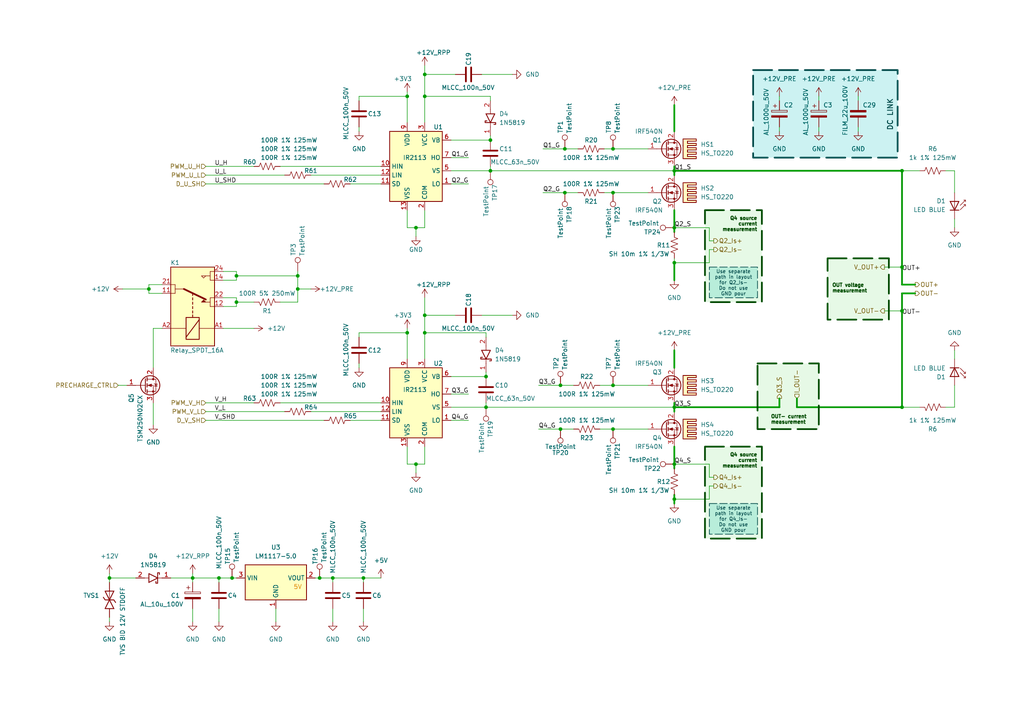
<source format=kicad_sch>
(kicad_sch (version 20230121) (generator eeschema)
  (paper "A4")
  (title_block (title "SINGLE PHASE INVERTER PROTOTYPE") (date "2024-12-20") (rev "v1.0") (company "rDMA") (comment 1 "Designer: Relja Marinkovic"))
  (lib_symbols
    (symbol "Connector:TestPoint" (pin_numbers hide) (pin_names (offset 0.762) hide)
      (property "Reference" "TP" (at 0 6.858 0))
      (property "Value" "TestPoint" (at 0 5.08 0))
      (symbol "TestPoint_1_1"
        (pin passive line (at 0 0 90) (length 2.54) (name "1") (number "1"))
      )
    )
    (symbol "Gatedriver_IR2113_1"
      (property "Reference" "U" (at -7.62 11.43 0))
      (property "Value" "IR2113" (at -3.81 3.81 0))
      (symbol "Gatedriver_IR2113_1_1_1"
        (pin output line (at 10.16 -5.08 180) (length 2.54) (name "LO") (number "1"))
        (pin input line (at -10.16 0 0) (length 2.54) (name "HIN") (number "10"))
        (pin input line (at -10.16 -5.08 0) (length 2.54) (name "SD") (number "11"))
        (pin input line (at -10.16 -2.54 0) (length 2.54) (name "LIN") (number "12"))
        (pin power_in line (at -2.54 -12.7 90) (length 2.54) (name "VSS") (number "13"))
        (pin no_connect line (at -7.62 3.81 0) (length 2.54) hide (name "NC") (number "14"))
        (pin power_in line (at 2.54 -12.7 90) (length 2.54) (name "COM") (number "2"))
        (pin power_in line (at 2.54 12.7 270) (length 2.54) (name "VCC") (number "3"))
        (pin no_connect line (at -7.62 8.89 0) (length 2.54) hide (name "NC") (number "4"))
        (pin passive line (at 10.16 -1.27 180) (length 2.54) (name "VS") (number "5"))
        (pin passive line (at 10.16 7.62 180) (length 2.54) (name "VB") (number "6"))
        (pin output line (at 10.16 2.54 180) (length 2.54) (name "HO") (number "7"))
        (pin no_connect line (at -7.62 6.35 0) (length 2.54) hide (name "NC") (number "8"))
        (pin power_in line (at -2.54 12.7 270) (length 2.54) (name "VDD") (number "9"))
      )
    )
    (symbol "R_Capacitors:CAP_EL_1000uF_50V_RAD16x25" (pin_numbers hide) (pin_names (offset 0.254))
      (property "Reference" "C" (at 0.635 2.54 0))
      (property "Value" "AL_1000u_50V" (at -13.97 -2.54 0))
      (symbol "CAP_EL_1000uF_50V_RAD16x25_1_1"
        (pin passive line (at 0 3.81 270) (length 2.794) (name "~") (number "1"))
        (pin passive line (at 0 -3.81 90) (length 2.794) (name "~") (number "2"))
      )
    )
    (symbol "R_Capacitors:CAP_EL_10uF_100V_RAD6.3x11" (pin_numbers hide) (pin_names (offset 0.254))
      (property "Reference" "C" (at 0.635 2.54 0))
      (property "Value" "AL_10u_100V" (at -13.97 -2.54 0))
      (symbol "CAP_EL_10uF_100V_RAD6.3x11_1_1"
        (pin passive line (at 0 3.81 270) (length 2.794) (name "~") (number "1"))
        (pin passive line (at 0 -3.81 90) (length 2.794) (name "~") (number "2"))
      )
    )
    (symbol "R_Capacitors:CAP_FILM_22uF_100V_MKS4" (pin_numbers hide) (pin_names (offset 0.254))
      (property "Reference" "C" (at 0.635 2.54 0))
      (property "Value" "FILM_22u_100V" (at -16.51 -2.54 0))
      (symbol "CAP_FILM_22uF_100V_MKS4_1_1"
        (pin passive line (at 0 3.81 270) (length 2.794) (name "~") (number "1"))
        (pin passive line (at 0 -3.81 90) (length 2.794) (name "~") (number "2"))
      )
    )
    (symbol "R_Capacitors:CAP_MLCC_100nF_50V_X7R_0805" (pin_numbers hide) (pin_names (offset 0.254))
      (property "Reference" "C" (at 0.635 2.54 0))
      (property "Value" "MLCC_100n_50V" (at 0.635 -2.54 0))
      (symbol "CAP_MLCC_100nF_50V_X7R_0805_1_1"
        (pin passive line (at 0 3.81 270) (length 2.794) (name "~") (number "1"))
        (pin passive line (at 0 -3.81 90) (length 2.794) (name "~") (number "2"))
      )
    )
    (symbol "R_Capacitors:CAP_MLCC_22nF_63V_X7R_0805" (pin_numbers hide) (pin_names (offset 0.254))
      (property "Reference" "C" (at 0.635 2.54 0))
      (property "Value" "MLCC_63n_50V" (at 0.635 -2.54 0))
      (symbol "CAP_MLCC_22nF_63V_X7R_0805_1_1"
        (pin passive line (at 0 3.81 270) (length 2.794) (name "~") (number "1"))
        (pin passive line (at 0 -3.81 90) (length 2.794) (name "~") (number "2"))
      )
    )
    (symbol "R_Integrated_Circuits:Gatedriver_IR2113"
      (property "Reference" "U" (at -7.62 11.43 0))
      (property "Value" "IR2113" (at -3.81 3.81 0))
      (symbol "Gatedriver_IR2113_1_1"
        (pin output line (at 10.16 -5.08 180) (length 2.54) (name "LO") (number "1"))
        (pin input line (at -10.16 0 0) (length 2.54) (name "HIN") (number "10"))
        (pin input line (at -10.16 -5.08 0) (length 2.54) (name "SD") (number "11"))
        (pin input line (at -10.16 -2.54 0) (length 2.54) (name "LIN") (number "12"))
        (pin power_in line (at -2.54 -12.7 90) (length 2.54) (name "VSS") (number "13"))
        (pin no_connect line (at -7.62 3.81 0) (length 2.54) hide (name "NC") (number "14"))
        (pin power_in line (at 2.54 -12.7 90) (length 2.54) (name "COM") (number "2"))
        (pin power_in line (at 2.54 12.7 270) (length 2.54) (name "VCC") (number "3"))
        (pin no_connect line (at -7.62 8.89 0) (length 2.54) hide (name "NC") (number "4"))
        (pin passive line (at 10.16 -1.27 180) (length 2.54) (name "VS") (number "5"))
        (pin passive line (at 10.16 7.62 180) (length 2.54) (name "VB") (number "6"))
        (pin output line (at 10.16 2.54 180) (length 2.54) (name "HO") (number "7"))
        (pin no_connect line (at -7.62 6.35 0) (length 2.54) hide (name "NC") (number "8"))
        (pin power_in line (at -2.54 12.7 270) (length 2.54) (name "VDD") (number "9"))
      )
    )
    (symbol "R_Integrated_Circuits:LDO_LM1117MP-5.0"
      (property "Reference" "U" (at -8.89 10.16 0))
      (property "Value" "LM1117-5.0" (at -8.89 7.62 0))
      (symbol "LDO_LM1117MP-5.0_1_1"
        (text "5V" (at 6.35 0 0) (effects (font (size 1.27 1.27))))
        (pin power_in line (at 0 -6.35 90) (length 2.54) (name "GND") (number "1"))
        (pin output line (at 11.43 2.54 180) (length 2.54) (name "VOUT") (number "2"))
        (pin power_in line (at -11.43 2.54 0) (length 2.54) (name "VIN") (number "3"))
      )
    )
    (symbol "R_Misc:HS_TO220_FE163-17" (pin_names (offset 1.016))
      (property "Reference" "HS" (at 0 5.08 0))
      (property "Value" "HS_TO220" (at 0 -1.27 0))
    )
    (symbol "R_Misc:Relay_RM85_SPDT_12V_16A"
      (property "Reference" "K" (at 11.43 3.81 0))
      (property "Value" "Relay_SPDT_16A" (at 13.716 33.274 0))
      (symbol "Relay_RM85_SPDT_12V_16A_1_1"
        (pin passive line (at 3.81 -8.89 90) (length 2.54) (name "~") (number "11"))
        (pin passive line (at 0 8.89 270) (length 2.54) (name "~") (number "12"))
        (pin passive line (at 7.62 8.89 270) (length 2.54) (name "~") (number "14"))
        (pin passive line (at 6.35 -8.89 90) (length 2.54) (name "~") (number "21"))
        (pin passive line (at 2.54 8.89 270) (length 2.54) (name "~") (number "22"))
        (pin passive line (at 10.16 8.89 270) (length 2.54) (name "~") (number "24"))
        (pin passive line (at -6.35 8.89 270) (length 2.54) (name "~") (number "A1"))
        (pin passive line (at -6.35 -8.89 90) (length 2.54) (name "~") (number "A2"))
      )
    )
    (symbol "R_Resistors:RES_100R_1%_0805" (pin_numbers hide) (pin_names (offset 0))
      (property "Reference" "R" (at 3.048 33.528 90))
      (property "Value" "100R 1% 125mW" (at -2.54 0 90))
      (symbol "RES_100R_1%_0805_1_1"
        (pin passive line (at 0 3.81 270) (length 1.27) (name "~") (number "1"))
        (pin passive line (at 0 -3.81 90) (length 1.27) (name "~") (number "2"))
      )
    )
    (symbol "R_Resistors:RES_100_5%_TH" (pin_numbers hide) (pin_names (offset 0))
      (property "Reference" "R" (at 3.048 33.528 90))
      (property "Value" "100R 5% 250mW" (at -2.54 0 90))
      (symbol "RES_100_5%_TH_1_1"
        (pin passive line (at 0 3.81 270) (length 1.27) (name "~") (number "1"))
        (pin passive line (at 0 -3.81 90) (length 1.27) (name "~") (number "2"))
      )
    )
    (symbol "R_Resistors:RES_1k_1%_0805" (pin_numbers hide) (pin_names (offset 0))
      (property "Reference" "R" (at 3.048 33.528 90))
      (property "Value" "1k 1% 125mW" (at -2.54 0 90))
      (symbol "RES_1k_1%_0805_1_1"
        (pin passive line (at 0 3.81 270) (length 1.27) (name "~") (number "1"))
        (pin passive line (at 0 -3.81 90) (length 1.27) (name "~") (number "2"))
      )
    )
    (symbol "R_Resistors:RES_SHUNT_10m_1%_1206" (pin_numbers hide) (pin_names (offset 0))
      (property "Reference" "R" (at 3.048 33.528 90))
      (property "Value" "SH 10m 1% 1/3W" (at -2.54 0 90))
      (symbol "RES_SHUNT_10m_1%_1206_1_1"
        (pin passive line (at 0 3.81 270) (length 1.27) (name "~") (number "1"))
        (pin passive line (at 0 -3.81 90) (length 1.27) (name "~") (number "2"))
      )
    )
    (symbol "R_Semiconductors:D_1N5819_50V_1A/25A" (pin_names hide)
      (property "Reference" "D" (at -6.35 -1.905 0))
      (property "Value" "1N5819" (at -6.096 -4.572 0))
      (symbol "D_1N5819_50V_1A/25A_1_1"
        (pin passive line (at 5.08 0 180) (length 2.54) (name "K") (number "1"))
        (pin passive line (at -5.08 0 0) (length 2.54) (name "A") (number "2"))
      )
    )
    (symbol "R_Semiconductors:LED BLUE 0805" (pin_numbers hide) (pin_names (offset 1.016) hide)
      (property "Reference" "D" (at 0.508 1.778 0))
      (property "Value" "LED BLUE" (at -1.016 -2.794 0))
      (symbol "LED BLUE 0805_1_1"
        (pin passive line (at -5.08 0 0) (length 2.54) (name "K") (number "1"))
        (pin passive line (at 2.54 0 180) (length 2.54) (name "A") (number "2"))
      )
    )
    (symbol "R_Semiconductors:NMOS_IRF540N_100V_33A" (pin_names hide)
      (property "Reference" "Q" (at 6.35 1.905 0))
      (property "Value" "IRF540N" (at 6.096 4.572 0))
      (symbol "NMOS_IRF540N_100V_33A_1_1"
        (pin input line (at -5.08 0 0) (length 2.54) (name "G") (number "1"))
        (pin passive line (at 2.54 5.08 270) (length 2.54) (name "D") (number "2"))
        (pin passive line (at 2.54 -5.08 90) (length 2.54) (name "S") (number "3"))
      )
    )
    (symbol "R_Semiconductors:NMOS_TSM250N02CX_20V_5.8A" (pin_names hide)
      (property "Reference" "Q" (at 6.35 1.905 0))
      (property "Value" "TSM250N02CX" (at 6.096 4.572 0))
      (symbol "NMOS_TSM250N02CX_20V_5.8A_1_1"
        (pin input line (at -5.08 0 0) (length 2.54) (name "G") (number "1"))
        (pin passive line (at 2.54 5.08 270) (length 2.54) (name "D") (number "2"))
        (pin passive line (at 2.54 -5.08 90) (length 2.54) (name "S") (number "3"))
      )
    )
    (symbol "R_Semiconductors:TVS_BID_12V_STDOFF_P6SMBJ12CA_R1_00001" (pin_numbers hide) (pin_names hide)
      (property "Reference" "TVS" (at 1.27 2.54 0))
      (property "Value" "TVS BID 12V STDOFF" (at 1.27 -2.54 0))
      (symbol "TVS_BID_12V_STDOFF_P6SMBJ12CA_R1_00001_1_1"
        (pin passive line (at -5.08 0 0) (length 2.54) (name "K") (number "1"))
        (pin passive line (at 5.08 0 180) (length 2.54) (name "A") (number "2"))
      )
    )
    (symbol "TestPoint_2" (pin_numbers hide) (pin_names (offset 0.762) hide)
      (property "Reference" "TP" (at 0 6.858 0))
      (property "Value" "TestPoint" (at 0 5.08 0))
      (symbol "TestPoint_2_1_1"
        (pin passive line (at 0 0 90) (length 2.54) (name "1") (number "1"))
      )
    )
    (symbol "TestPoint_3" (pin_numbers hide) (pin_names (offset 0.762) hide)
      (property "Reference" "TP" (at 0 6.858 0))
      (property "Value" "TestPoint" (at 0 5.08 0))
      (symbol "TestPoint_3_1_1"
        (pin passive line (at 0 0 90) (length 2.54) (name "1") (number "1"))
      )
    )
    (symbol "TestPoint_4" (pin_numbers hide) (pin_names (offset 0.762) hide)
      (property "Reference" "TP" (at 0 6.858 0))
      (property "Value" "TestPoint" (at 0 5.08 0))
      (symbol "TestPoint_4_1_1"
        (pin passive line (at 0 0 90) (length 2.54) (name "1") (number "1"))
      )
    )
    (symbol "TestPoint_5" (pin_numbers hide) (pin_names (offset 0.762) hide)
      (property "Reference" "TP" (at 0 6.858 0))
      (property "Value" "TestPoint" (at 0 5.08 0))
      (symbol "TestPoint_5_1_1"
        (pin passive line (at 0 0 90) (length 2.54) (name "1") (number "1"))
      )
    )
    (symbol "TestPoint_6" (pin_numbers hide) (pin_names (offset 0.762) hide)
      (property "Reference" "TP" (at 0 6.858 0))
      (property "Value" "TestPoint" (at 0 5.08 0))
      (symbol "TestPoint_6_1_1"
        (pin passive line (at 0 0 90) (length 2.54) (name "1") (number "1"))
      )
    )
    (symbol "TestPoint_7" (pin_numbers hide) (pin_names (offset 0.762) hide)
      (property "Reference" "TP" (at 0 6.858 0))
      (property "Value" "TestPoint" (at 0 5.08 0))
      (symbol "TestPoint_7_1_1"
        (pin passive line (at 0 0 90) (length 2.54) (name "1") (number "1"))
      )
    )
    (symbol "TestPoint_8" (pin_numbers hide) (pin_names (offset 0.762) hide)
      (property "Reference" "TP" (at 0 6.858 0))
      (property "Value" "TestPoint" (at 0 5.08 0))
      (symbol "TestPoint_8_1_1"
        (pin passive line (at 0 0 90) (length 2.54) (name "1") (number "1"))
      )
    )
    (symbol "TestPoint_9" (pin_numbers hide) (pin_names (offset 0.762) hide)
      (property "Reference" "TP" (at 0 6.858 0))
      (property "Value" "TestPoint" (at 0 5.08 0))
      (symbol "TestPoint_9_1_1"
        (pin passive line (at 0 0 90) (length 2.54) (name "1") (number "1"))
      )
    )
    (symbol "power:+12V" (power) (pin_names (offset 0))
      (property "Value" "+12V" (at 0 3.556 0))
      (symbol "+12V_1_1"
        (pin power_in line (at 0 0 90) (length 0) hide (name "+12V") (number "1"))
      )
    )
    (symbol "power:+12V_PRE" (power) (pin_names (offset 0))
      (property "Value" "+12V_PRE" (at 0 3.556 0))
      (symbol "+12V_PRE_1_1"
        (pin power_in line (at 0 0 90) (length 0) hide (name "+12V_PRE") (number "1"))
      )
    )
    (symbol "power:+12V_RPP" (power) (pin_names (offset 0))
      (property "Value" "+12V_RPP" (at 0 3.556 0))
      (symbol "+12V_RPP_1_1"
        (pin power_in line (at 0 0 90) (length 0) hide (name "+12V_RPP") (number "1"))
      )
    )
    (symbol "power:+3V3" (power) (pin_names (offset 0))
      (property "Value" "+3V3" (at 0 3.556 0))
      (symbol "+3V3_1_1"
        (pin power_in line (at 0 0 90) (length 0) hide (name "+3V3") (number "1"))
      )
    )
    (symbol "power:+5V" (power) (pin_names (offset 0))
      (property "Value" "+5V" (at 0 3.556 0))
      (symbol "+5V_1_1"
        (pin power_in line (at 0 0 90) (length 0) hide (name "+5V") (number "1"))
      )
    )
    (symbol "power:GND" (power) (pin_names (offset 0))
      (property "Value" "GND" (at 0 -3.81 0))
      (symbol "GND_1_1"
        (pin power_in line (at 0 0 270) (length 0) hide (name "GND") (number "1"))
      )
    )
  )
  (junction (at 261.62 90.17))
  (junction (at 123.19 27.94))
  (junction (at 96.52 167.64))
  (junction (at 195.58 49.53))
  (junction (at 105.41 167.64))
  (junction (at 195.58 134.62))
  (junction (at 195.58 66.04))
  (junction (at 68.58 80.01))
  (junction (at 118.11 96.52))
  (junction (at 118.11 27.94))
  (junction (at 55.88 167.64))
  (junction (at 68.58 87.63))
  (junction (at 123.19 21.59))
  (junction (at 261.62 77.47))
  (junction (at 86.36 80.01))
  (junction (at 261.62 118.11))
  (junction (at 142.24 40.64))
  (junction (at 140.97 118.11))
  (junction (at 43.18 83.82))
  (junction (at 31.75 167.64))
  (junction (at 120.65 66.04))
  (junction (at 195.58 76.2))
  (junction (at 142.24 49.53))
  (junction (at 177.8 55.88))
  (junction (at 140.97 109.22))
  (junction (at 162.56 124.46))
  (junction (at 67.31 167.64))
  (junction (at 195.58 144.78))
  (junction (at 195.58 118.11))
  (junction (at 63.5 167.64))
  (junction (at 162.56 111.76))
  (junction (at 92.71 167.64))
  (junction (at 177.8 111.76))
  (junction (at 123.19 91.44))
  (junction (at 163.83 43.18))
  (junction (at 177.8 43.18))
  (junction (at 163.83 55.88))
  (junction (at 177.8 124.46))
  (junction (at 261.62 49.53))
  (junction (at 120.65 134.62))
  (junction (at 123.19 96.52))
  (junction (at 86.36 83.82))
  (wire (pts (xy 248.92 36.83) (xy 248.92 38.1)))
  (wire (pts (xy 261.62 49.53) (xy 261.62 77.47)) (stroke (width 0.5)))
  (wire (pts (xy 59.69 119.38) (xy 82.55 119.38)))
  (wire (pts (xy 105.41 167.64) (xy 110.49 167.64)))
  (wire (pts (xy 43.18 83.82) (xy 43.18 82.55)))
  (wire (pts (xy 105.41 167.64) (xy 105.41 168.91)))
  (wire (pts (xy 68.58 81.28) (xy 64.77 81.28)))
  (wire (pts (xy 162.56 124.46) (xy 166.37 124.46)))
  (wire (pts (xy 248.92 27.94) (xy 248.92 29.21)))
  (wire (pts (xy 139.7 91.44) (xy 148.59 91.44)))
  (wire (pts (xy 123.19 86.36) (xy 123.19 91.44)))
  (wire (pts (xy 49.53 167.64) (xy 55.88 167.64)))
  (wire (pts (xy 173.99 111.76) (xy 177.8 111.76)))
  (wire (pts (xy 130.81 109.22) (xy 140.97 109.22)))
  (wire (pts (xy 205.74 76.2) (xy 205.74 72.39)))
  (wire (pts (xy 140.97 118.11) (xy 195.58 118.11)))
  (wire (pts (xy 157.48 55.88) (xy 163.83 55.88)))
  (wire (pts (xy 274.32 118.11) (xy 276.86 118.11)))
  (wire (pts (xy 195.58 76.2) (xy 195.58 81.28)) (stroke (width 0.5)))
  (wire (pts (xy 68.58 88.9) (xy 64.77 88.9)))
  (wire (pts (xy 256.54 90.17) (xy 261.62 90.17)))
  (wire (pts (xy 31.75 167.64) (xy 39.37 167.64)))
  (wire (pts (xy 156.21 111.76) (xy 162.56 111.76)))
  (wire (pts (xy 59.69 53.34) (xy 93.98 53.34)))
  (wire (pts (xy 195.58 76.2) (xy 205.74 76.2)))
  (wire (pts (xy 104.14 36.83) (xy 104.14 38.1)))
  (wire (pts (xy 130.81 114.3) (xy 135.89 114.3)))
  (wire (pts (xy 195.58 143.51) (xy 195.58 144.78)) (stroke (width 0.5)))
  (wire (pts (xy 80.01 176.53) (xy 80.01 180.34)))
  (wire (pts (xy 96.52 167.64) (xy 105.41 167.64)))
  (wire (pts (xy 31.75 167.64) (xy 31.75 168.91)))
  (wire (pts (xy 195.58 66.04) (xy 205.74 66.04)))
  (wire (pts (xy 276.86 118.11) (xy 276.86 111.76)))
  (wire (pts (xy 195.58 74.93) (xy 195.58 76.2)))
  (wire (pts (xy 123.19 27.94) (xy 142.24 27.94)))
  (wire (pts (xy 63.5 176.53) (xy 63.5 180.34)))
  (wire (pts (xy 195.58 48.26) (xy 195.58 49.53)) (stroke (width 0.5)))
  (wire (pts (xy 140.97 116.84) (xy 140.97 118.11)))
  (wire (pts (xy 195.58 144.78) (xy 205.74 144.78)))
  (wire (pts (xy 123.19 91.44) (xy 123.19 96.52)))
  (wire (pts (xy 96.52 176.53) (xy 96.52 180.34)))
  (wire (pts (xy 43.18 85.09) (xy 46.99 85.09)))
  (wire (pts (xy 207.01 138.43) (xy 205.74 138.43)))
  (wire (pts (xy 120.65 66.04) (xy 123.19 66.04)))
  (wire (pts (xy 81.28 87.63) (xy 86.36 87.63)))
  (wire (pts (xy 44.45 95.25) (xy 44.45 106.68)))
  (wire (pts (xy 118.11 60.96) (xy 118.11 66.04)))
  (wire (pts (xy 274.32 49.53) (xy 276.86 49.53)))
  (wire (pts (xy 118.11 26.67) (xy 118.11 27.94)))
  (wire (pts (xy 43.18 83.82) (xy 43.18 85.09)))
  (wire (pts (xy 195.58 129.54) (xy 195.58 134.62)) (stroke (width 0.5)))
  (wire (pts (xy 130.81 45.72) (xy 135.89 45.72)))
  (wire (pts (xy 86.36 83.82) (xy 86.36 80.01)))
  (wire (pts (xy 276.86 104.14) (xy 276.86 101.6)))
  (wire (pts (xy 101.6 121.92) (xy 110.49 121.92)))
  (wire (pts (xy 163.83 43.18) (xy 167.64 43.18)))
  (wire (pts (xy 73.66 95.25) (xy 64.77 95.25)))
  (wire (pts (xy 118.11 95.25) (xy 118.11 96.52)))
  (wire (pts (xy 261.62 90.17) (xy 261.62 118.11)) (stroke (width 0.5)))
  (wire (pts (xy 31.75 166.37) (xy 31.75 167.64)))
  (wire (pts (xy 226.06 36.83) (xy 226.06 38.1)))
  (wire (pts (xy 43.18 82.55) (xy 46.99 82.55)))
  (wire (pts (xy 63.5 167.64) (xy 67.31 167.64)))
  (wire (pts (xy 256.54 77.47) (xy 261.62 77.47)))
  (wire (pts (xy 231.14 118.11) (xy 231.14 115.57)) (stroke (width 0.5)))
  (wire (pts (xy 105.41 176.53) (xy 105.41 180.34)))
  (wire (pts (xy 261.62 77.47) (xy 261.62 82.55)) (stroke (width 0.5)))
  (wire (pts (xy 261.62 49.53) (xy 266.7 49.53)))
  (wire (pts (xy 44.45 116.84) (xy 44.45 123.19)))
  (wire (pts (xy 195.58 30.48) (xy 195.58 38.1)) (stroke (width 0.5)))
  (wire (pts (xy 142.24 48.26) (xy 142.24 49.53)))
  (wire (pts (xy 68.58 80.01) (xy 68.58 81.28)))
  (wire (pts (xy 156.21 124.46) (xy 162.56 124.46)))
  (wire (pts (xy 118.11 66.04) (xy 120.65 66.04)))
  (wire (pts (xy 123.19 134.62) (xy 123.19 129.54)))
  (wire (pts (xy 276.86 49.53) (xy 276.86 55.88)))
  (wire (pts (xy 265.43 82.55) (xy 261.62 82.55)) (stroke (width 0.5)))
  (wire (pts (xy 195.58 118.11) (xy 195.58 119.38)) (stroke (width 0.5)))
  (wire (pts (xy 81.28 116.84) (xy 110.49 116.84)))
  (wire (pts (xy 195.58 134.62) (xy 205.74 134.62)))
  (wire (pts (xy 118.11 96.52) (xy 118.11 104.14)))
  (wire (pts (xy 123.19 19.05) (xy 123.19 21.59)))
  (wire (pts (xy 130.81 40.64) (xy 142.24 40.64)))
  (wire (pts (xy 86.36 87.63) (xy 86.36 83.82)))
  (wire (pts (xy 104.14 27.94) (xy 118.11 27.94)))
  (wire (pts (xy 142.24 29.21) (xy 142.24 27.94)))
  (wire (pts (xy 68.58 80.01) (xy 86.36 80.01)))
  (wire (pts (xy 64.77 78.74) (xy 68.58 78.74)))
  (wire (pts (xy 118.11 27.94) (xy 118.11 35.56)))
  (wire (pts (xy 68.58 88.9) (xy 68.58 87.63)))
  (wire (pts (xy 130.81 49.53) (xy 142.24 49.53)))
  (wire (pts (xy 175.26 55.88) (xy 177.8 55.88)))
  (wire (pts (xy 195.58 116.84) (xy 195.58 118.11)) (stroke (width 0.5)))
  (wire (pts (xy 55.88 167.64) (xy 63.5 167.64)))
  (wire (pts (xy 101.6 53.34) (xy 110.49 53.34)))
  (wire (pts (xy 104.14 105.41) (xy 104.14 106.68)))
  (wire (pts (xy 90.17 83.82) (xy 86.36 83.82)))
  (wire (pts (xy 44.45 95.25) (xy 46.99 95.25)))
  (wire (pts (xy 68.58 80.01) (xy 68.58 78.74)))
  (wire (pts (xy 104.14 29.21) (xy 104.14 27.94)))
  (wire (pts (xy 276.86 63.5) (xy 276.86 66.04)))
  (wire (pts (xy 226.06 27.94) (xy 226.06 29.21)))
  (wire (pts (xy 205.74 72.39) (xy 207.01 72.39)))
  (wire (pts (xy 195.58 49.53) (xy 195.58 50.8)) (stroke (width 0.5)))
  (wire (pts (xy 118.11 134.62) (xy 120.65 134.62)))
  (wire (pts (xy 205.74 144.78) (xy 205.74 140.97)))
  (wire (pts (xy 123.19 91.44) (xy 132.08 91.44)))
  (wire (pts (xy 35.56 83.82) (xy 43.18 83.82)))
  (wire (pts (xy 96.52 167.64) (xy 96.52 168.91)))
  (wire (pts (xy 157.48 43.18) (xy 163.83 43.18)))
  (wire (pts (xy 162.56 111.76) (xy 166.37 111.76)))
  (wire (pts (xy 63.5 167.64) (xy 63.5 168.91)))
  (wire (pts (xy 59.69 48.26) (xy 73.66 48.26)))
  (wire (pts (xy 142.24 49.53) (xy 195.58 49.53)))
  (wire (pts (xy 177.8 111.76) (xy 187.96 111.76)))
  (wire (pts (xy 123.19 96.52) (xy 123.19 104.14)))
  (wire (pts (xy 231.14 118.11) (xy 261.62 118.11)) (stroke (width 0.5)))
  (wire (pts (xy 68.58 86.36) (xy 64.77 86.36)))
  (wire (pts (xy 123.19 27.94) (xy 123.19 21.59)))
  (wire (pts (xy 175.26 43.18) (xy 177.8 43.18)))
  (wire (pts (xy 261.62 118.11) (xy 266.7 118.11)))
  (wire (pts (xy 195.58 118.11) (xy 226.06 118.11)) (stroke (width 0.5)))
  (wire (pts (xy 226.06 118.11) (xy 226.06 115.57)) (stroke (width 0.5)))
  (wire (pts (xy 195.58 49.53) (xy 261.62 49.53)) (stroke (width 0.5)))
  (wire (pts (xy 177.8 43.18) (xy 187.96 43.18)))
  (wire (pts (xy 120.65 66.04) (xy 120.65 68.58)))
  (wire (pts (xy 90.17 119.38) (xy 110.49 119.38)))
  (wire (pts (xy 86.36 78.74) (xy 86.36 80.01)))
  (wire (pts (xy 81.28 48.26) (xy 110.49 48.26)))
  (wire (pts (xy 130.81 121.92) (xy 135.89 121.92)))
  (wire (pts (xy 104.14 96.52) (xy 118.11 96.52)))
  (wire (pts (xy 68.58 87.63) (xy 68.58 86.36)))
  (wire (pts (xy 118.11 129.54) (xy 118.11 134.62)))
  (wire (pts (xy 120.65 134.62) (xy 120.65 137.16)))
  (wire (pts (xy 173.99 124.46) (xy 177.8 124.46)))
  (wire (pts (xy 104.14 97.79) (xy 104.14 96.52)))
  (wire (pts (xy 55.88 176.53) (xy 55.88 180.34)))
  (wire (pts (xy 205.74 69.85) (xy 205.74 66.04)))
  (wire (pts (xy 205.74 138.43) (xy 205.74 134.62)))
  (wire (pts (xy 261.62 85.09) (xy 261.62 90.17)) (stroke (width 0.5)))
  (wire (pts (xy 36.83 111.76) (xy 34.29 111.76)))
  (wire (pts (xy 90.17 50.8) (xy 110.49 50.8)))
  (wire (pts (xy 59.69 116.84) (xy 73.66 116.84)))
  (wire (pts (xy 237.49 27.94) (xy 237.49 29.21)))
  (wire (pts (xy 237.49 36.83) (xy 237.49 38.1)))
  (wire (pts (xy 123.19 27.94) (xy 123.19 35.56)))
  (wire (pts (xy 207.01 69.85) (xy 205.74 69.85)))
  (wire (pts (xy 195.58 144.78) (xy 195.58 146.05)) (stroke (width 0.5)))
  (wire (pts (xy 123.19 21.59) (xy 132.08 21.59)))
  (wire (pts (xy 130.81 53.34) (xy 135.89 53.34)))
  (wire (pts (xy 195.58 66.04) (xy 195.58 67.31)) (stroke (width 0.5)))
  (wire (pts (xy 140.97 107.95) (xy 140.97 109.22)))
  (wire (pts (xy 67.31 167.64) (xy 68.58 167.64)))
  (wire (pts (xy 177.8 124.46) (xy 187.96 124.46)))
  (wire (pts (xy 195.58 134.62) (xy 195.58 135.89)) (stroke (width 0.5)))
  (wire (pts (xy 68.58 87.63) (xy 73.66 87.63)))
  (wire (pts (xy 163.83 55.88) (xy 167.64 55.88)))
  (wire (pts (xy 195.58 60.96) (xy 195.58 66.04)) (stroke (width 0.5)))
  (wire (pts (xy 130.81 118.11) (xy 140.97 118.11)))
  (wire (pts (xy 139.7 21.59) (xy 148.59 21.59)))
  (wire (pts (xy 205.74 140.97) (xy 207.01 140.97)))
  (wire (pts (xy 195.58 101.6) (xy 195.58 106.68)) (stroke (width 0.5)))
  (wire (pts (xy 120.65 134.62) (xy 123.19 134.62)))
  (wire (pts (xy 55.88 166.37) (xy 55.88 167.64)))
  (wire (pts (xy 55.88 167.64) (xy 55.88 168.91)))
  (wire (pts (xy 177.8 55.88) (xy 187.96 55.88)))
  (wire (pts (xy 92.71 167.64) (xy 96.52 167.64)))
  (wire (pts (xy 31.75 180.34) (xy 31.75 179.07)))
  (wire (pts (xy 123.19 66.04) (xy 123.19 60.96)))
  (wire (pts (xy 91.44 167.64) (xy 92.71 167.64)))
  (wire (pts (xy 265.43 85.09) (xy 261.62 85.09)) (stroke (width 0.5)))
  (wire (pts (xy 142.24 39.37) (xy 142.24 40.64)))
  (wire (pts (xy 59.69 50.8) (xy 82.55 50.8)))
  (wire (pts (xy 59.69 121.92) (xy 93.98 121.92)))
  (wire (pts (xy 123.19 96.52) (xy 140.97 96.52)))
  (wire (pts (xy 140.97 96.52) (xy 140.97 97.79)))
  (rectangle (start 204.47 60.96) (end 220.98 87.63) (stroke (width 0.5) (type dash) (color 0 72 0 1)) (fill (type color) (color 0 194 0 0.1)))
  (rectangle (start 219.71 105.41) (end 237.49 124.46) (stroke (width 0.5) (type dash) (color 0 72 0 1)) (fill (type color) (color 0 194 0 0.1)))
  (rectangle (start 240.03 74.93) (end 257.81 92.71) (stroke (width 0.5) (type dash) (color 0 72 0 1)) (fill (type color) (color 0 194 0 0.1)))
  (rectangle (start 218.44 20.32) (end 260.35 45.72) (stroke (width 0.5) (type dash) (color 0 72 72 1)) (fill (type color) (color 0 194 194 0.2)))
  (rectangle (start 204.47 129.54) (end 220.98 156.21) (stroke (width 0.5) (type dash) (color 0 72 0 1)) (fill (type color) (color 0 194 0 0.1)))
  (text_box "Use separate path in layout for Q4_Is-\nDo not use GND pour" (at 205.74 146.05 0) (size 13.97 8.89) (stroke (width 0.2) (type dash) (color 0 72 72 1)) (fill (type color) (color 0 194 194 0.2)) (effects (font (size 1 1))))
  (text_box "Use separate path in layout for Q2_Is-\nDo not use GND pour" (at 205.74 77.47 0) (size 13.97 8.89) (stroke (width 0.2) (type dash) (color 0 72 72 1)) (fill (type color) (color 0 194 194 0.2)) (effects (font (size 1 1))))
  (text "DC LINK" (at 259.08 38.1 90) (effects (font (size 1.5 1.5) (thickness 0.254) bold) (justify left bottom)))
  (text "OUT- current\nmeasurement" (at 223.52 123.19 0) (effects (font (size 1 1) (thickness 0.254) bold) (justify left bottom)))
  (text "Q4 source\ncurrent\nmeasurement" (at 219.71 135.89 0) (effects (font (size 1 1) (thickness 0.254) bold) (justify right bottom)))
  (text "OUT voltage\nmeasurement" (at 241.3 85.09 0) (effects (font (size 1 1) (thickness 0.254) bold) (justify left bottom)))
  (text "Q4 source\ncurrent\nmeasurement" (at 219.71 67.31 0) (effects (font (size 1 1) (thickness 0.254) bold) (justify right bottom)))
  (label "U_H" (at 62.23 48.26 0))
  (label "Q1_S" (at 195.58 49.53 0))
  (label "Q2_G" (at 157.48 55.88 0))
  (label "Q2_G" (at 135.89 53.34 180))
  (label "V_SHD" (at 62.23 121.92 0))
  (label "Q2_S" (at 195.58 66.04 0))
  (label "Q1_G" (at 135.89 45.72 180))
  (label "OUT-" (at 261.62 91.44 0))
  (label "Q3_G" (at 156.21 111.76 0))
  (label "Q3_S" (at 195.58 118.11 0))
  (label "Q3_G" (at 135.89 114.3 180))
  (label "Q1_G" (at 157.48 43.18 0))
  (label "Q4_S" (at 195.58 134.62 0))
  (label "U_SHD" (at 62.23 53.34 0))
  (label "Q4_G" (at 156.21 124.46 0))
  (label "OUT+" (at 261.62 78.74 0))
  (label "V_H" (at 62.23 116.84 0))
  (label "Q4_G" (at 135.89 121.92 180))
  (label "U_L" (at 62.23 50.8 0))
  (label "V_L" (at 62.23 119.38 0))
  (hierarchical_label "OUT+" (shape output) (at 265.43 82.55 0))
  (hierarchical_label "Q2_Is+" (shape output) (at 207.01 69.85 0))
  (hierarchical_label "PWM_U_L" (shape input) (at 59.69 50.8 180))
  (hierarchical_label "V_OUT+" (shape output) (at 256.54 77.47 180))
  (hierarchical_label "Q3_S" (shape output) (at 226.06 115.57 90))
  (hierarchical_label "Q2_Is-" (shape output) (at 207.01 72.39 0))
  (hierarchical_label "Q4_Is+" (shape output) (at 207.01 138.43 0))
  (hierarchical_label "D_V_SH" (shape input) (at 59.69 121.92 180))
  (hierarchical_label "PWM_V_H" (shape input) (at 59.69 116.84 180))
  (hierarchical_label "OUT-" (shape output) (at 265.43 85.09 0))
  (hierarchical_label "PWM_V_L" (shape input) (at 59.69 119.38 180))
  (hierarchical_label "I_OUT-" (shape input) (at 231.14 115.57 90))
  (hierarchical_label "PWM_U_H" (shape input) (at 59.69 48.26 180))
  (hierarchical_label "PRECHARGE_CTRL" (shape input) (at 34.29 111.76 180))
  (hierarchical_label "Q4_Is-" (shape output) (at 207.01 140.97 0))
  (hierarchical_label "V_OUT-" (shape output) (at 256.54 90.17 180))
  (hierarchical_label "D_U_SH" (shape input) (at 59.69 53.34 180))
  (symbol (lib_id "power:+12V_RPP") (at 123.19 86.36 0) (unit 1)
    (property "Reference" "#PWR045" (effects hide))
    (property "Value" "+12V_RPP" (at 125.73 82.55 0))
  )
  (symbol (lib_id "R_Resistors:RES_100R_1%_0805") (at 171.45 43.18 90) (unit 1)
    (property "Reference" "R20" (at 171.45 40.64 90))
    (property "Value" "100R 1% 125mW" (at 171.45 45.72 90))
    (property "Footprint" "Resistor_SMD:R_0805_2012Metric_Pad1.20x1.40mm_HandSolder" (effects hide))
    (property "Supplier 1" "Kelco" (effects hide))
    (property "Supplier 1 Part Number" "12849" (effects hide))
    (property "Supplier 1 Link" "https://kelco.rs/katalog/detalji.php?ID=12849" (effects hide))
    (property "Resistance" "100R" (effects hide))
    (property "Tolerance" "1%" (effects hide))
    (property "Package" "0805" (effects hide))
    (property "Operating Temperature" "-55°C ~ 155°C" (effects hide))
    (property "Power Rating" "125mW" (effects hide))
  )
  (symbol (lib_id "R_Integrated_Circuits:LDO_LM1117MP-5.0") (at 80.01 170.18 0) (unit 1)
    (property "Reference" "U3" (at 80.01 158.75 0))
    (property "Value" "LM1117-5.0" (at 80.01 161.29 0))
    (property "Footprint" "Package_TO_SOT_SMD:SOT-223-3_TabPin2" (effects hide))
    (property "Datasheet" "https://www.ti.com/lit/ds/symlink/lm1117.pdf?HQS=dis-dk-null-digikeymode-dsf-pf-null-wwe&ts=1721700739746" (effects hide))
    (property "Manufacturer" "Texas Instruments" (effects hide))
    (property "Manufacturer Part Number" "LM1117MP-5.0/NOPB" (effects hide))
    (property "Supplier 1" "Kelco" (effects hide))
    (property "Supplier 1 Order Number" "16765" (effects hide))
    (property "Supplier 1 Link" "https://kelco.rs/katalog/detalji.php?ID=16765" (effects hide))
    (property "Supplier 2" "Digi-Key" (effects hide))
    (property "Supplier 2 Order Number" "LM1117MP-5.0/NOPBCT-ND" (effects hide))
    (property "Supplier 2 Link" "https://www.digikey.at/en/products/detail/texas-instruments/LM1117MP-5-0-NOPB/363590" (effects hide))
    (property "Package" "SOT-223" (effects hide))
    (property "Temperature Range" "-40°C ~ 125°C" (effects hide))
    (property "Maximum Input Voltage" "15V" (effects hide))
    (property "Output voltage" "5V, fixed" (effects hide))
    (property "Output current" "800mA" (effects hide))
    (property "Dropout voltage" "1.15V" (effects hide))
  )
  (symbol (lib_id "power:GND") (at 44.45 123.19 0) (mirror y) (unit 1)
    (property "Reference" "#PWR01" (effects hide))
    (property "Value" "GND" (at 44.45 128.27 0))
    (instances (project "Inv_v1" (path "" (reference "#PWR01") (unit 1)) (path "" (reference "#PWR024") (unit 1))))
  )
  (symbol (lib_name "TestPoint_6") (lib_id "Connector:TestPoint") (at 195.58 66.04 90) (unit 1)
    (property "Reference" "TP24" (at 189.23 67.31 90))
    (property "Value" "TestPoint" (at 186.69 64.77 90))
    (property "Footprint" "TestPoint:TestPoint_THTPad_2.0x2.0mm_Drill1.0mm" (effects hide))
  )
  (symbol (lib_name "TestPoint_9") (lib_id "Connector:TestPoint") (at 163.83 43.18 0) (unit 1)
    (property "Reference" "TP1" (at 162.56 36.83 90))
    (property "Value" "TestPoint" (at 165.1 34.29 90))
    (property "Footprint" "TestPoint:TestPoint_THTPad_2.0x2.0mm_Drill1.0mm" (effects hide))
  )
  (symbol (lib_id "R_Capacitors:CAP_MLCC_100nF_50V_X7R_0805") (at 63.5 172.72 0) (unit 1)
    (property "Reference" "C4" (at 66.04 172.72 0) (effects (justify left)))
    (property "Value" "MLCC_100n_50V" (at 63.5 165.1 90) (effects (justify left)))
    (property "Footprint" "Capacitor_SMD:C_0805_2012Metric_Pad1.18x1.45mm_HandSolder" (effects hide))
    (property "Supplier 1" "Kelco" (effects hide))
    (property "Supplier 1 Order Number" "7463" (effects hide))
    (property "Package" "0805" (effects hide))
    (property "Operating Temperature" "-55°C ~ 125°C" (effects hide))
    (property "Capacitance" "100nF" (effects hide))
    (property "Capacitor type" "MLCC" (effects hide))
    (property "Dielectric" "X7R" (effects hide))
    (property "Tolerance" "?" (effects hide))
    (property "Rated Voltage" "50V" (effects hide))
  )
  (symbol (lib_id "power:GND") (at 63.5 180.34 0) (unit 1)
    (property "Reference" "#PWR02" (effects hide))
    (property "Value" "GND" (at 63.5 185.42 0))
    (instances (project "Inv_v1" (path "" (reference "#PWR02") (unit 1)) (path "" (reference "#PWR018") (unit 1))))
  )
  (symbol (lib_id "R_Misc:HS_TO220_FE163-17") (at 198.12 43.18 270) (unit 1)
    (property "Reference" "HS1" (at 203.2 41.8973 90) (effects (justify left)))
    (property "Value" "HS_TO220" (at 203.2 44.4373 90) (effects (justify left)))
    (property "Footprint" "Heatsink:Heatsink_TO220_1" (effects hide))
    (property "Datasheet" "n/a" (effects hide))
    (property "Manufacturer" "n/a" (effects hide))
    (property "Manufacturer Part Number" "FE163-17" (effects hide))
    (property "Supplier 1" "Kelco" (effects hide))
    (property "Supplier 1 Order Number" "20607" (effects hide))
    (property "Supplier 1 Link" "https://kelco.rs/katalog/detalji.php?ID=20607" (effects hide))
    (property "Applicable package" "TO220" (effects hide))
  )
  (symbol (lib_id "R_Semiconductors:LED BLUE 0805") (at 276.86 109.22 270) (unit 1)
    (property "Reference" "D1" (at 274.32 109.347 90) (effects (justify right)))
    (property "Value" "LED BLUE" (at 274.32 106.807 90) (effects (justify right)))
    (property "Footprint" "LED_SMD:LED_0805_2012Metric_Pad1.15x1.40mm_HandSolder" (effects hide))
    (property "Supplier 1" "Kelco" (effects hide))
    (property "Supplier 1 Part Number" "17597" (effects hide))
    (property "Supplier 1 Link" "https://kelco.rs/katalog/detalji.php?ID=17597" (effects hide))
    (property "Forward Voltage" "2.8V" (effects hide))
    (property "Forward Current" "20mA" (effects hide))
    (property "Color" "Green" (effects hide))
    (property "Brightness" "40mcd" (effects hide))
    (property "Viewing Angle" "120°" (effects hide))
    (property "Wavelength" "465nm" (effects hide))
    (property "Operating Temperature" "-40°C ~ 85°C" (effects hide))
    (property "Package" "0805" (effects hide))
    (instances (project "Inv_v1" (path "" (reference "D1") (unit 1)) (path "" (reference "D2") (unit 1))))
  )
  (symbol (lib_name "Gatedriver_IR2113_1") (lib_id "R_Integrated_Circuits:Gatedriver_IR2113") (at 120.65 48.26 0) (unit 1)
    (property "Reference" "U1" (at 125.73 36.83 0) (effects (justify left)))
    (property "Value" "IR2113" (at 116.84 45.72 0) (effects (justify left)))
    (property "Footprint" "Package_DIP:DIP-14_W7.62mm" (effects hide))
    (property "Datasheet" "https://www.infineon.com/dgdl/ir2110.pdf?fileId=5546d462533600a4015355c80333167e" (effects hide))
    (property "Manufacturer" "Infineon" (effects hide))
    (property "Manufacturer Part Number" "IR2113" (effects hide))
    (property "Supplier 1" "Kelco" (effects hide))
    (property "Supplier 1 Order Number" "14384" (effects hide))
    (property "Supplier 1 Link" "https://kelco.rs/katalog/detalji.php?ID=14384" (effects hide))
    (property "Package" "DIP14" (effects hide))
    (property "Temperature Range" "-40°C ~ 125°C" (effects hide))
  )
  (symbol (lib_id "power:GND") (at 248.92 38.1 0) (unit 1)
    (property "Reference" "#PWR06" (effects hide))
    (property "Value" "GND" (at 248.92 43.18 0))
    (instances (project "Inv_v1" (path "" (reference "#PWR06") (unit 1)) (path "" (reference "#PWR083") (unit 1))))
  )
  (symbol (lib_id "R_Resistors:RES_100R_1%_0805") (at 86.36 50.8 90) (unit 1)
    (property "Reference" "R61" (at 90.17 49.53 90))
    (property "Value" "100R 1% 125mW" (at 83.82 43.18 90))
    (property "Footprint" "Resistor_SMD:R_0805_2012Metric_Pad1.20x1.40mm_HandSolder" (effects hide))
    (property "Supplier 1" "Kelco" (effects hide))
    (property "Supplier 1 Part Number" "12849" (effects hide))
    (property "Supplier 1 Link" "https://kelco.rs/katalog/detalji.php?ID=12849" (effects hide))
    (property "Resistance" "100R" (effects hide))
    (property "Tolerance" "1%" (effects hide))
    (property "Package" "0805" (effects hide))
    (property "Operating Temperature" "-55°C ~ 155°C" (effects hide))
    (property "Power Rating" "125mW" (effects hide))
  )
  (symbol (lib_id "power:GND") (at 104.14 38.1 0) (unit 1)
    (property "Reference" "#PWR05" (effects hide))
    (property "Value" "GND" (at 104.14 43.18 0))
    (instances (project "Inv_v1" (path "" (reference "#PWR05") (unit 1)) (path "" (reference "#PWR053") (unit 1))))
  )
  (symbol (lib_id "R_Capacitors:CAP_MLCC_100nF_50V_X7R_0805") (at 105.41 172.72 0) (unit 1)
    (property "Reference" "C6" (at 107.95 172.72 0) (effects (justify left)))
    (property "Value" "MLCC_100n_50V" (at 105.41 166.37 90) (effects (justify left)))
    (property "Footprint" "Capacitor_SMD:C_0805_2012Metric_Pad1.18x1.45mm_HandSolder" (effects hide))
    (property "Supplier 1" "Kelco" (effects hide))
    (property "Supplier 1 Order Number" "7463" (effects hide))
    (property "Package" "0805" (effects hide))
    (property "Operating Temperature" "-55°C ~ 125°C" (effects hide))
    (property "Capacitance" "100nF" (effects hide))
    (property "Capacitor type" "MLCC" (effects hide))
    (property "Dielectric" "X7R" (effects hide))
    (property "Tolerance" "?" (effects hide))
    (property "Rated Voltage" "50V" (effects hide))
  )
  (symbol (lib_name "TestPoint_7") (lib_id "Connector:TestPoint") (at 177.8 55.88 180) (unit 1)
    (property "Reference" "TP23" (at 179.07 62.23 90))
    (property "Value" "TestPoint" (at 176.53 64.77 90))
    (property "Footprint" "TestPoint:TestPoint_THTPad_2.0x2.0mm_Drill1.0mm" (effects hide))
  )
  (symbol (lib_id "power:+12V_PRE") (at 90.17 83.82 270) (mirror x) (unit 1)
    (property "Reference" "#PWR022" (effects hide))
    (property "Value" "+12V_PRE" (at 92.71 83.82 90) (effects (justify left)))
  )
  (symbol (lib_id "power:GND") (at 120.65 68.58 0) (unit 1)
    (property "Reference" "#PWR01" (effects hide))
    (property "Value" "GND" (at 120.65 72.39 0))
    (instances (project "Inv_v1" (path "" (reference "#PWR01") (unit 1)) (path "" (reference "#PWR02") (unit 1))))
  )
  (symbol (lib_id "power:GND") (at 276.86 101.6 0) (mirror x) (unit 1)
    (property "Reference" "#PWR02" (effects hide))
    (property "Value" "GND" (at 276.86 96.52 0))
    (instances (project "Inv_v1" (path "" (reference "#PWR02") (unit 1)) (path "" (reference "#PWR037") (unit 1))))
  )
  (symbol (lib_id "R_Capacitors:CAP_MLCC_100nF_50V_X7R_0805") (at 104.14 101.6 0) (unit 1)
    (property "Reference" "C12" (at 106.68 101.6 0) (effects (justify left)))
    (property "Value" "MLCC_100n_50V" (at 100.33 109.22 90) (effects (justify left)))
    (property "Footprint" "Capacitor_SMD:C_0805_2012Metric_Pad1.18x1.45mm_HandSolder" (effects hide))
    (property "Supplier 1" "Kelco" (effects hide))
    (property "Supplier 1 Order Number" "7463" (effects hide))
    (property "Package" "0805" (effects hide))
    (property "Operating Temperature" "-55°C ~ 125°C" (effects hide))
    (property "Capacitance" "100nF" (effects hide))
    (property "Capacitor type" "MLCC" (effects hide))
    (property "Dielectric" "X7R" (effects hide))
    (property "Tolerance" "?" (effects hide))
    (property "Rated Voltage" "50V" (effects hide))
  )
  (symbol (lib_id "R_Misc:HS_TO220_FE163-17") (at 198.12 111.76 270) (unit 1)
    (property "Reference" "HS3" (at 203.2 110.4773 90) (effects (justify left)))
    (property "Value" "HS_TO220" (at 203.2 113.0173 90) (effects (justify left)))
    (property "Footprint" "Heatsink:Heatsink_TO220_1" (effects hide))
    (property "Datasheet" "n/a" (effects hide))
    (property "Manufacturer" "n/a" (effects hide))
    (property "Manufacturer Part Number" "FE163-17" (effects hide))
    (property "Supplier 1" "Kelco" (effects hide))
    (property "Supplier 1 Order Number" "20607" (effects hide))
    (property "Supplier 1 Link" "https://kelco.rs/katalog/detalji.php?ID=20607" (effects hide))
    (property "Applicable package" "TO220" (effects hide))
  )
  (symbol (lib_id "power:GND") (at 105.41 180.34 0) (unit 1)
    (property "Reference" "#PWR02" (effects hide))
    (property "Value" "GND" (at 105.41 185.42 0))
    (instances (project "Inv_v1" (path "" (reference "#PWR02") (unit 1)) (path "" (reference "#PWR020") (unit 1))))
  )
  (symbol (lib_id "R_Resistors:RES_100R_1%_0805") (at 77.47 48.26 90) (unit 1)
    (property "Reference" "R60" (at 72.39 46.99 90))
    (property "Value" "100R 1% 125mW" (at 83.82 40.64 90))
    (property "Footprint" "Resistor_SMD:R_0805_2012Metric_Pad1.20x1.40mm_HandSolder" (effects hide))
    (property "Supplier 1" "Kelco" (effects hide))
    (property "Supplier 1 Part Number" "12849" (effects hide))
    (property "Supplier 1 Link" "https://kelco.rs/katalog/detalji.php?ID=12849" (effects hide))
    (property "Resistance" "100R" (effects hide))
    (property "Tolerance" "1%" (effects hide))
    (property "Package" "0805" (effects hide))
    (property "Operating Temperature" "-55°C ~ 155°C" (effects hide))
    (property "Power Rating" "125mW" (effects hide))
  )
  (symbol (lib_id "R_Resistors:RES_100R_1%_0805") (at 97.79 121.92 90) (unit 1)
    (property "Reference" "R65" (at 101.6 120.65 90))
    (property "Value" "100R 1% 125mW" (at 83.82 114.3 90))
    (property "Footprint" "Resistor_SMD:R_0805_2012Metric_Pad1.20x1.40mm_HandSolder" (effects hide))
    (property "Supplier 1" "Kelco" (effects hide))
    (property "Supplier 1 Part Number" "12849" (effects hide))
    (property "Supplier 1 Link" "https://kelco.rs/katalog/detalji.php?ID=12849" (effects hide))
    (property "Resistance" "100R" (effects hide))
    (property "Tolerance" "1%" (effects hide))
    (property "Package" "0805" (effects hide))
    (property "Operating Temperature" "-55°C ~ 155°C" (effects hide))
    (property "Power Rating" "125mW" (effects hide))
  )
  (symbol (lib_name "TestPoint_5") (lib_id "Connector:TestPoint") (at 163.83 55.88 180) (unit 1)
    (property "Reference" "TP18" (at 165.1 62.23 90))
    (property "Value" "TestPoint" (at 162.56 64.77 90))
    (property "Footprint" "TestPoint:TestPoint_THTPad_2.0x2.0mm_Drill1.0mm" (effects hide))
  )
  (symbol (lib_id "power:GND") (at 148.59 91.44 90) (unit 1)
    (property "Reference" "#PWR05" (effects hide))
    (property "Value" "GND" (at 152.4 91.44 90) (effects (justify right)))
    (instances (project "Inv_v1" (path "" (reference "#PWR05") (unit 1)) (path "" (reference "#PWR067") (unit 1))))
  )
  (symbol (lib_id "power:GND") (at 80.01 180.34 0) (unit 1)
    (property "Reference" "#PWR02" (effects hide))
    (property "Value" "GND" (at 80.01 185.42 0))
    (instances (project "Inv_v1" (path "" (reference "#PWR02") (unit 1)) (path "" (reference "#PWR015") (unit 1))))
  )
  (symbol (lib_id "R_Capacitors:CAP_MLCC_22nF_63V_X7R_0805") (at 142.24 44.45 0) (unit 1)
    (property "Reference" "C11" (at 144.78 43.18 0) (effects (justify left)))
    (property "Value" "MLCC_63n_50V" (at 142.24 46.99 0) (effects (justify left)))
    (property "Footprint" "Capacitor_SMD:C_0805_2012Metric_Pad1.18x1.45mm_HandSolder" (effects hide))
    (property "Supplier 1" "Kelco" (effects hide))
    (property "Supplier 1 Order Number" "12918" (effects hide))
    (property "Supplier 1 Link" "https://kelco.rs/katalog/detalji.php?ID=12918" (effects hide))
    (property "Package" "0805" (effects hide))
    (property "Operating Temperature" "-55°C ~ 125°C" (effects hide))
    (property "Capacitance" "63nF" (effects hide))
    (property "Capacitor type" "MLCC" (effects hide))
    (property "Dielectric" "X7R" (effects hide))
    (property "Tolerance" "?" (effects hide))
    (property "Rated Voltage" "63V" (effects hide))
  )
  (symbol (lib_id "power:GND") (at 55.88 180.34 0) (unit 1)
    (property "Reference" "#PWR02" (effects hide))
    (property "Value" "GND" (at 55.88 185.42 0))
    (instances (project "Inv_v1" (path "" (reference "#PWR02") (unit 1)) (path "" (reference "#PWR010") (unit 1))))
  )
  (symbol (lib_id "R_Capacitors:CAP_EL_1000uF_50V_RAD16x25") (at 237.49 33.02 0) (unit 1)
    (property "Reference" "C3" (at 238.76 30.48 0) (effects (justify left)))
    (property "Value" "AL_1000u_50V" (at 233.68 39.37 90) (effects (justify left)))
    (property "Footprint" "Capacitor_THT:CP_Radial_D16.0mm_P7.50mm" (effects hide))
    (property "Datasheet" "https://jamicon.teapo.com/upload/Capacitor/Series/SK.pdf" (effects hide))
    (property "Manufacturer" "Jamicon" (effects hide))
    (property "Manufacturer Part Number" "SKx102M1HKxx" (effects hide))
    (property "Supplier 1" "Kelco" (effects hide))
    (property "Supplier 1 Order Number" "1184" (effects hide))
    (property "Supplier 1 Link" "https://kelco.rs/katalog/detalji.php?ID=1184" (effects hide))
    (property "Package" "RAD 16x25mm p7.5mm" (effects hide))
    (property "Temperature range" "-40℃ ~ 85℃" (effects hide))
    (property "Capacitance" "1000uF" (effects hide))
    (property "Capacitor type" "Aluminum electrolytic" (effects hide))
    (property "Ripple current" "1510mA @ 85℃" (effects hide))
    (property "Endurance" "2000h" (effects hide))
    (property "Tolerance" "±20%" (effects hide))
  )
  (symbol (lib_id "R_Semiconductors:D_1N5819_50V_1A/25A") (at 140.97 102.87 270) (unit 1)
    (property "Reference" "D4" (at 143.51 101.6 90) (effects (justify left)))
    (property "Value" "1N5819" (at 143.51 104.14 90) (effects (justify left)))
    (property "Footprint" "Diode_THT:D_DO-41_SOD81_P7.62mm_Horizontal" (effects hide))
    (property "Datasheet" "https://www.diodes.com/assets/Datasheets/1N5817-1N5819.pdf" (effects hide))
    (property "Manufacturer" "Diodes Inc" (effects hide))
    (property "Manufacturer Part Number" "1N5819" (effects hide))
    (property "Supplier 1" "Kelco" (effects hide))
    (property "Supplier 1 Order Number" "6858" (effects hide))
    (property "Supplier 1 Link" "https://kelco.rs/katalog/detalji.php?ID=6858" (effects hide))
    (property "Package" "DO-41" (effects hide))
    (property "Temperature Range" "-65°C ~ 125°C" (effects hide))
    (property "DC blocking voltage" "40V" (effects hide))
    (property "Max rectified current" "1A" (effects hide))
    (property "Max pulse current " "25A" (effects hide))
    (property "Forward voltage" "0.6V" (effects hide))
    (instances (project "Inv_v1" (path "" (reference "D4") (unit 1)) (path "" (reference "D5") (unit 1))))
  )
  (symbol (lib_id "power:GND") (at 226.06 38.1 0) (unit 1)
    (property "Reference" "#PWR06" (effects hide))
    (property "Value" "GND" (at 226.06 43.18 0))
    (instances (project "Inv_v1" (path "" (reference "#PWR06") (unit 1)) (path "" (reference "#PWR014") (unit 1))))
  )
  (symbol (lib_id "power:GND") (at 96.52 180.34 0) (unit 1)
    (property "Reference" "#PWR02" (effects hide))
    (property "Value" "GND" (at 96.52 185.42 0))
    (instances (project "Inv_v1" (path "" (reference "#PWR02") (unit 1)) (path "" (reference "#PWR019") (unit 1))))
  )
  (symbol (lib_id "R_Resistors:RES_1k_1%_0805") (at 270.51 118.11 90) (mirror x) (unit 1)
    (property "Reference" "R6" (at 270.51 124.46 90))
    (property "Value" "1k 1% 125mW" (at 270.51 121.92 90))
    (property "Footprint" "Resistor_SMD:R_0805_2012Metric_Pad1.20x1.40mm_HandSolder" (effects hide))
    (property "Supplier 1" "Kelco" (effects hide))
    (property "Supplier 1 Part Number" "10676" (effects hide))
    (property "Supplier 1 Link" "https://kelco.rs/katalog/detalji.php?ID=10676" (effects hide))
    (property "Resistance" "1k" (effects hide))
    (property "Tolerance" "1%" (effects hide))
    (property "Package" "0805" (effects hide))
    (property "Operating Temperature" "-55°C ~ 155°C" (effects hide))
    (property "Power Rating" "125mW" (effects hide))
    (instances (project "Inv_v1" (path "" (reference "R6") (unit 1)) (path "" (reference "R9") (unit 1))))
  )
  (symbol (lib_id "R_Misc:HS_TO220_FE163-17") (at 198.12 124.46 270) (unit 1)
    (property "Reference" "HS4" (at 203.2 123.1773 90) (effects (justify left)))
    (property "Value" "HS_TO220" (at 203.2 125.7173 90) (effects (justify left)))
    (property "Footprint" "Heatsink:Heatsink_TO220_1" (effects hide))
    (property "Datasheet" "n/a" (effects hide))
    (property "Manufacturer" "n/a" (effects hide))
    (property "Manufacturer Part Number" "FE163-17" (effects hide))
    (property "Supplier 1" "Kelco" (effects hide))
    (property "Supplier 1 Order Number" "20607" (effects hide))
    (property "Supplier 1 Link" "https://kelco.rs/katalog/detalji.php?ID=20607" (effects hide))
    (property "Applicable package" "TO220" (effects hide))
  )
  (symbol (lib_id "R_Semiconductors:NMOS_IRF540N_100V_33A") (at 193.04 124.46 0) (unit 1)
    (property "Reference" "Q4" (at 189.23 127 0) (effects (justify left)))
    (property "Value" "IRF540N" (at 184.15 129.54 0) (effects (justify left)))
    (property "Footprint" "Package_TO_SOT_THT:TO-220-3_Vertical" (effects hide))
    (property "Datasheet" "https://www.infineon.com/dgdl/Infineon-IRF540N-DataSheet-v01_01-EN.pdf?fileId=5546d462533600a4015355e39f0d19a1" (effects hide))
    (property "Manufacturer" "Infineon" (effects hide))
    (property "Manufacturer Part Number" "IRF540N" (effects hide))
    (property "Supplier 1" "Kelco" (effects hide))
    (property "Supplier 1 Order Number" "13842" (effects hide))
    (property "Supplier 1 Link" "https://kelco.rs/katalog/detalji.php?ID=13842" (effects hide))
    (property "Package" "TO-220-3" (effects hide))
    (property "Temperature Range" "-55°C ~ 175°C" (effects hide))
    (property "VDSmax" "100V" (effects hide))
    (property "Rdson" "44mOhm" (effects hide))
    (property "IDmax" "33A" (effects hide))
    (property "Vth" "2.0V - 4.0V" (effects hide))
  )
  (symbol (lib_id "R_Capacitors:CAP_EL_1000uF_50V_RAD16x25") (at 226.06 33.02 0) (unit 1)
    (property "Reference" "C2" (at 227.33 30.48 0) (effects (justify left)))
    (property "Value" "AL_1000u_50V" (at 222.25 39.37 90) (effects (justify left)))
    (property "Footprint" "Capacitor_THT:CP_Radial_D16.0mm_P7.50mm" (effects hide))
    (property "Datasheet" "https://jamicon.teapo.com/upload/Capacitor/Series/SK.pdf" (effects hide))
    (property "Manufacturer" "Jamicon" (effects hide))
    (property "Manufacturer Part Number" "SKx102M1HKxx" (effects hide))
    (property "Supplier 1" "Kelco" (effects hide))
    (property "Supplier 1 Order Number" "1184" (effects hide))
    (property "Supplier 1 Link" "https://kelco.rs/katalog/detalji.php?ID=1184" (effects hide))
    (property "Package" "RAD 16x25mm p7.5mm" (effects hide))
    (property "Temperature range" "-40℃ ~ 85℃" (effects hide))
    (property "Capacitance" "1000uF" (effects hide))
    (property "Capacitor type" "Aluminum electrolytic" (effects hide))
    (property "Ripple current" "1510mA @ 85℃" (effects hide))
    (property "Endurance" "2000h" (effects hide))
    (property "Tolerance" "±20%" (effects hide))
  )
  (symbol (lib_id "power:GND") (at 195.58 146.05 0) (unit 1)
    (property "Reference" "#PWR06" (effects hide))
    (property "Value" "GND" (at 195.58 151.13 0))
  )
  (symbol (lib_id "R_Capacitors:CAP_MLCC_100nF_50V_X7R_0805") (at 135.89 21.59 90) (unit 1)
    (property "Reference" "C19" (at 135.89 19.05 0) (effects (justify left)))
    (property "Value" "MLCC_100n_50V" (at 143.51 25.4 90) (effects (justify left)))
    (property "Footprint" "Capacitor_SMD:C_0805_2012Metric_Pad1.18x1.45mm_HandSolder" (effects hide))
    (property "Supplier 1" "Kelco" (effects hide))
    (property "Supplier 1 Order Number" "7463" (effects hide))
    (property "Package" "0805" (effects hide))
    (property "Operating Temperature" "-55°C ~ 125°C" (effects hide))
    (property "Capacitance" "100nF" (effects hide))
    (property "Capacitor type" "MLCC" (effects hide))
    (property "Dielectric" "X7R" (effects hide))
    (property "Tolerance" "?" (effects hide))
    (property "Rated Voltage" "50V" (effects hide))
  )
  (symbol (lib_id "power:+3V3") (at 118.11 95.25 0) (unit 1)
    (property "Reference" "#PWR050" (effects hide))
    (property "Value" "+3V3" (at 116.84 91.44 0))
  )
  (symbol (lib_id "power:+12V_PRE") (at 237.49 27.94 0) (unit 1)
    (property "Reference" "#PWR021" (effects hide))
    (property "Value" "+12V_PRE" (at 237.49 22.86 0))
  )
  (symbol (lib_id "Connector:TestPoint") (at 162.56 111.76 0) (unit 1)
    (property "Reference" "TP2" (at 161.29 105.41 90))
    (property "Value" "TestPoint" (at 163.83 102.87 90))
    (property "Footprint" "TestPoint:TestPoint_THTPad_2.0x2.0mm_Drill1.0mm" (effects hide))
  )
  (symbol (lib_id "R_Misc:HS_TO220_FE163-17") (at 198.12 55.88 270) (unit 1)
    (property "Reference" "HS2" (at 203.2 54.5973 90) (effects (justify left)))
    (property "Value" "HS_TO220" (at 203.2 57.1373 90) (effects (justify left)))
    (property "Footprint" "Heatsink:Heatsink_TO220_1" (effects hide))
    (property "Datasheet" "n/a" (effects hide))
    (property "Manufacturer" "n/a" (effects hide))
    (property "Manufacturer Part Number" "FE163-17" (effects hide))
    (property "Supplier 1" "Kelco" (effects hide))
    (property "Supplier 1 Order Number" "20607" (effects hide))
    (property "Supplier 1 Link" "https://kelco.rs/katalog/detalji.php?ID=20607" (effects hide))
    (property "Applicable package" "TO220" (effects hide))
  )
  (symbol (lib_id "R_Resistors:RES_100R_1%_0805") (at 170.18 111.76 90) (unit 1)
    (property "Reference" "R22" (at 170.18 109.22 90))
    (property "Value" "100R 1% 125mW" (at 170.18 114.3 90))
    (property "Footprint" "Resistor_SMD:R_0805_2012Metric_Pad1.20x1.40mm_HandSolder" (effects hide))
    (property "Supplier 1" "Kelco" (effects hide))
    (property "Supplier 1 Part Number" "12849" (effects hide))
    (property "Supplier 1 Link" "https://kelco.rs/katalog/detalji.php?ID=12849" (effects hide))
    (property "Resistance" "100R" (effects hide))
    (property "Tolerance" "1%" (effects hide))
    (property "Package" "0805" (effects hide))
    (property "Operating Temperature" "-55°C ~ 155°C" (effects hide))
    (property "Power Rating" "125mW" (effects hide))
  )
  (symbol (lib_id "R_Capacitors:CAP_FILM_22uF_100V_MKS4") (at 248.92 33.02 0) (unit 1)
    (property "Reference" "C29" (at 250.19 30.48 0) (effects (justify left)))
    (property "Value" "FILM_22u_100V" (at 245.11 39.37 90) (effects (justify left)))
    (property "Footprint" "Capacitor_THT:C_Rect_L31.5mm_W13.0mm_P27.50mm&P22.50mm_MKS4" (effects hide))
    (property "Datasheet" "https://www.wima.de/wp-content/uploads/media/e_WIMA_MKS_4.pdf" (effects hide))
    (property "Manufacturer" "WIMA" (effects hide))
    (property "Manufacturer Part Number" "MKS4D052206D" (effects hide))
    (property "Supplier 1" "Kelco" (effects hide))
    (property "Supplier 1 Order Number" "17016" (effects hide))
    (property "Supplier 1 Link" "https://kelco.rs/katalog/detalji.php?ID=17016" (effects hide))
    (property "Package" "13x31.5mm, p27.5mm" (effects hide))
    (property "Temperature range" "-55℃ ~ 125℃" (effects hide))
    (property "Capacitance" "22uF" (effects hide))
    (property "Capacitor type" "Film PET" (effects hide))
    (property "Endurance" "1000h @ 125℃" (effects hide))
    (property "Tolerance" "±10%" (effects hide))
  )
  (symbol (lib_id "Connector:TestPoint") (at 177.8 111.76 0) (unit 1)
    (property "Reference" "TP7" (at 176.53 105.41 90))
    (property "Value" "TestPoint" (at 179.07 102.87 90))
    (property "Footprint" "TestPoint:TestPoint_THTPad_2.0x2.0mm_Drill1.0mm" (effects hide))
  )
  (symbol (lib_id "R_Capacitors:CAP_MLCC_100nF_50V_X7R_0805") (at 96.52 172.72 0) (unit 1)
    (property "Reference" "C5" (at 99.06 172.72 0) (effects (justify left)))
    (property "Value" "MLCC_100n_50V" (at 96.52 166.37 90) (effects (justify left)))
    (property "Footprint" "Capacitor_SMD:C_0805_2012Metric_Pad1.18x1.45mm_HandSolder" (effects hide))
    (property "Supplier 1" "Kelco" (effects hide))
    (property "Supplier 1 Order Number" "7463" (effects hide))
    (property "Package" "0805" (effects hide))
    (property "Operating Temperature" "-55°C ~ 125°C" (effects hide))
    (property "Capacitance" "100nF" (effects hide))
    (property "Capacitor type" "MLCC" (effects hide))
    (property "Dielectric" "X7R" (effects hide))
    (property "Tolerance" "?" (effects hide))
    (property "Rated Voltage" "50V" (effects hide))
  )
  (symbol (lib_id "R_Semiconductors:LED BLUE 0805") (at 276.86 58.42 270) (mirror x) (unit 1)
    (property "Reference" "D1" (at 274.32 58.293 90) (effects (justify right)))
    (property "Value" "LED BLUE" (at 274.32 60.833 90) (effects (justify right)))
    (property "Footprint" "LED_SMD:LED_0805_2012Metric_Pad1.15x1.40mm_HandSolder" (effects hide))
    (property "Supplier 1" "Kelco" (effects hide))
    (property "Supplier 1 Part Number" "17597" (effects hide))
    (property "Supplier 1 Link" "https://kelco.rs/katalog/detalji.php?ID=17597" (effects hide))
    (property "Forward Voltage" "2.8V" (effects hide))
    (property "Forward Current" "20mA" (effects hide))
    (property "Color" "Green" (effects hide))
    (property "Brightness" "40mcd" (effects hide))
    (property "Viewing Angle" "120°" (effects hide))
    (property "Wavelength" "465nm" (effects hide))
    (property "Operating Temperature" "-40°C ~ 85°C" (effects hide))
    (property "Package" "0805" (effects hide))
  )
  (symbol (lib_id "power:GND") (at 195.58 81.28 0) (unit 1)
    (property "Reference" "#PWR02" (effects hide))
    (property "Value" "GND" (at 195.58 86.36 0))
    (instances (project "Inv_v1" (path "" (reference "#PWR02") (unit 1)) (path "" (reference "#PWR03") (unit 1))))
  )
  (symbol (lib_id "power:+5V") (at 110.49 167.64 0) (unit 1)
    (property "Reference" "#PWR016" (effects hide))
    (property "Value" "+5V" (at 110.49 162.56 0))
  )
  (symbol (lib_name "TestPoint_2") (lib_id "Connector:TestPoint") (at 67.31 167.64 0) (unit 1)
    (property "Reference" "TP15" (at 66.04 161.29 90))
    (property "Value" "TestPoint" (at 68.58 158.75 90))
    (property "Footprint" "TestPoint:TestPoint_THTPad_2.0x2.0mm_Drill1.0mm" (effects hide))
    (instances (project "Inv_v1" (path "" (reference "TP15") (unit 1)) (path "" (reference "TP13") (unit 1))))
  )
  (symbol (lib_id "Connector:TestPoint") (at 162.56 124.46 180) (unit 1)
    (property "Reference" "TP20" (at 162.56 131.318 0))
    (property "Value" "TestPoint" (at 162.56 129.54 0))
    (property "Footprint" "TestPoint:TestPoint_THTPad_2.0x2.0mm_Drill1.0mm" (effects hide))
  )
  (symbol (lib_name "TestPoint_3") (lib_id "Connector:TestPoint") (at 92.71 167.64 0) (unit 1)
    (property "Reference" "TP16" (at 91.44 161.29 90))
    (property "Value" "TestPoint" (at 93.98 158.75 90))
    (property "Footprint" "TestPoint:TestPoint_THTPad_2.0x2.0mm_Drill1.0mm" (effects hide))
    (instances (project "Inv_v1" (path "" (reference "TP16") (unit 1)) (path "" (reference "TP13") (unit 1))))
  )
  (symbol (lib_id "Connector:TestPoint") (at 140.97 118.11 180) (unit 1)
    (property "Reference" "TP19" (at 142.24 124.46 90))
    (property "Value" "TestPoint" (at 139.7 127 90))
    (property "Footprint" "TestPoint:TestPoint_THTPad_2.0x2.0mm_Drill1.0mm" (effects hide))
  )
  (symbol (lib_id "R_Semiconductors:NMOS_IRF540N_100V_33A") (at 193.04 43.18 0) (unit 1)
    (property "Reference" "Q1" (at 189.23 40.64 0) (effects (justify left)))
    (property "Value" "IRF540N" (at 184.15 38.1 0) (effects (justify left)))
    (property "Footprint" "Package_TO_SOT_THT:TO-220-3_Vertical" (effects hide))
    (property "Datasheet" "https://www.infineon.com/dgdl/Infineon-IRF540N-DataSheet-v01_01-EN.pdf?fileId=5546d462533600a4015355e39f0d19a1" (effects hide))
    (property "Manufacturer" "Infineon" (effects hide))
    (property "Manufacturer Part Number" "IRF540N" (effects hide))
    (property "Supplier 1" "Kelco" (effects hide))
    (property "Supplier 1 Order Number" "13842" (effects hide))
    (property "Supplier 1 Link" "https://kelco.rs/katalog/detalji.php?ID=13842" (effects hide))
    (property "Package" "TO-220-3" (effects hide))
    (property "Temperature Range" "-55°C ~ 175°C" (effects hide))
    (property "VDSmax" "100V" (effects hide))
    (property "Rdson" "44mOhm" (effects hide))
    (property "IDmax" "33A" (effects hide))
    (property "Vth" "2.0V - 4.0V" (effects hide))
  )
  (symbol (lib_id "R_Integrated_Circuits:Gatedriver_IR2113") (at 120.65 116.84 0) (unit 1)
    (property "Reference" "U2" (at 125.73 105.41 0) (effects (justify left)))
    (property "Value" "IR2113" (at 116.84 113.03 0) (effects (justify left)))
    (property "Footprint" "Package_DIP:DIP-14_W7.62mm" (effects hide))
    (property "Datasheet" "https://www.infineon.com/dgdl/ir2110.pdf?fileId=5546d462533600a4015355c80333167e" (effects hide))
    (property "Manufacturer" "Infineon" (effects hide))
    (property "Manufacturer Part Number" "IR2113" (effects hide))
    (property "Supplier 1" "Kelco" (effects hide))
    (property "Supplier 1 Order Number" "14384" (effects hide))
    (property "Supplier 1 Link" "https://kelco.rs/katalog/detalji.php?ID=14384" (effects hide))
    (property "Package" "DIP14" (effects hide))
    (property "Temperature Range" "-40°C ~ 125°C" (effects hide))
  )
  (symbol (lib_id "R_Resistors:RES_1k_1%_0805") (at 270.51 49.53 90) (unit 1)
    (property "Reference" "R6" (at 270.51 43.18 90))
    (property "Value" "1k 1% 125mW" (at 270.51 45.72 90))
    (property "Footprint" "Resistor_SMD:R_0805_2012Metric_Pad1.20x1.40mm_HandSolder" (effects hide))
    (property "Supplier 1" "Kelco" (effects hide))
    (property "Supplier 1 Part Number" "10676" (effects hide))
    (property "Supplier 1 Link" "https://kelco.rs/katalog/detalji.php?ID=10676" (effects hide))
    (property "Resistance" "1k" (effects hide))
    (property "Tolerance" "1%" (effects hide))
    (property "Package" "0805" (effects hide))
    (property "Operating Temperature" "-55°C ~ 155°C" (effects hide))
    (property "Power Rating" "125mW" (effects hide))
    (instances (project "Inv_v1" (path "" (reference "R6") (unit 1)) (path "" (reference "R8") (unit 1))))
  )
  (symbol (lib_id "R_Semiconductors:NMOS_TSM250N02CX_20V_5.8A") (at 41.91 111.76 0) (unit 1)
    (property "Reference" "Q5" (at 38.1 116.84 90) (effects (justify left)))
    (property "Value" "TSM250N02CX" (at 40.64 128.27 90) (effects (justify left)))
    (property "Footprint" "Package_TO_SOT_SMD:SOT-23" (effects hide))
    (property "Datasheet" "https://services.taiwansemi.com/storage/resources/datasheet/TSM250N02CX_B1811.pdf" (effects hide))
    (property "Manufacturer" "Taiwan Semiconductor Corporation" (effects hide))
    (property "Manufacturer Part Number" "TSM250N02CX" (effects hide))
    (property "Supplier 1" "Kelco" (effects hide))
    (property "Supplier 1 Order Number" "19543" (effects hide))
    (property "Supplier 1 Link" "https://kelco.rs/katalog/detalji.php?ID=19543" (effects hide))
    (property "Supplier 2" "Digi-Key" (effects hide))
    (property "Supplier 2 Order Number" "TSM250N02CXRFGCT-ND" (effects hide))
    (property "Supplier 2 Link" "https://www.digikey.at/en/products/detail/taiwan-semiconductor-corporation/TSM250N02CX-RFG/7360276" (effects hide))
    (property "Package" "SOT-23" (effects hide))
    (property "Temperature Range" "-55°C ~ 150°C" (effects hide))
    (property "VDSmax" "20V" (effects hide))
    (property "Rdson" "35mOhm" (effects hide))
    (property "IDmax" "5.8A" (effects hide))
    (property "Vth" "0.4V - 0.8V" (effects hide))
  )
  (symbol (lib_id "R_Resistors:RES_SHUNT_10m_1%_1206") (at 195.58 139.7 0) (unit 1)
    (property "Reference" "R12" (at 190.5 139.7 0) (effects (justify left)))
    (property "Value" "SH 10m 1% 1/3W" (at 176.53 142.24 0) (effects (justify left)))
    (property "Footprint" "Resistor_SMD:R_1206_3216Metric_Pad1.30x1.75mm_HandSolder" (effects hide))
    (property "Supplier 1" "InterHIT electronic" (effects hide))
    (property "Supplier 1 Part Number" "SMO1206-0,01" (effects hide))
    (property "Supplier 1 Link" "https://www.interhit.rs/sant-merni-otpornici-za-ampermetre/20464-smo1206-0-01-smd-merni-otpornik-1206-1-3w-1-0-01r-2000000213408.html" (effects hide))
    (property "Resistance" "10m" (effects hide))
    (property "Tolerance" "1%" (effects hide))
    (property "Package" "1206" (effects hide))
    (property "Power Rating" "1/3W" (effects hide))
  )
  (symbol (lib_id "R_Capacitors:CAP_MLCC_100nF_50V_X7R_0805") (at 135.89 91.44 90) (unit 1)
    (property "Reference" "C18" (at 135.89 88.9 0) (effects (justify left)))
    (property "Value" "MLCC_100n_50V" (at 143.51 95.25 90) (effects (justify left)))
    (property "Footprint" "Capacitor_SMD:C_0805_2012Metric_Pad1.18x1.45mm_HandSolder" (effects hide))
    (property "Supplier 1" "Kelco" (effects hide))
    (property "Supplier 1 Order Number" "7463" (effects hide))
    (property "Package" "0805" (effects hide))
    (property "Operating Temperature" "-55°C ~ 125°C" (effects hide))
    (property "Capacitance" "100nF" (effects hide))
    (property "Capacitor type" "MLCC" (effects hide))
    (property "Dielectric" "X7R" (effects hide))
    (property "Tolerance" "?" (effects hide))
    (property "Rated Voltage" "50V" (effects hide))
  )
  (symbol (lib_id "R_Resistors:RES_100R_1%_0805") (at 77.47 116.84 90) (unit 1)
    (property "Reference" "R63" (at 72.39 115.57 90))
    (property "Value" "100R 1% 125mW" (at 83.82 109.22 90))
    (property "Footprint" "Resistor_SMD:R_0805_2012Metric_Pad1.20x1.40mm_HandSolder" (effects hide))
    (property "Supplier 1" "Kelco" (effects hide))
    (property "Supplier 1 Part Number" "12849" (effects hide))
    (property "Supplier 1 Link" "https://kelco.rs/katalog/detalji.php?ID=12849" (effects hide))
    (property "Resistance" "100R" (effects hide))
    (property "Tolerance" "1%" (effects hide))
    (property "Package" "0805" (effects hide))
    (property "Operating Temperature" "-55°C ~ 155°C" (effects hide))
    (property "Power Rating" "125mW" (effects hide))
  )
  (symbol (lib_id "power:GND") (at 148.59 21.59 90) (unit 1)
    (property "Reference" "#PWR05" (effects hide))
    (property "Value" "GND" (at 152.4 21.59 90) (effects (justify right)))
    (instances (project "Inv_v1" (path "" (reference "#PWR05") (unit 1)) (path "" (reference "#PWR068") (unit 1))))
  )
  (symbol (lib_id "power:GND") (at 120.65 137.16 0) (unit 1)
    (property "Reference" "#PWR05" (effects hide))
    (property "Value" "GND" (at 120.65 142.24 0))
  )
  (symbol (lib_id "power:+12V_PRE") (at 195.58 101.6 0) (unit 1)
    (property "Reference" "#PWR04" (effects hide))
    (property "Value" "+12V_PRE" (at 195.58 96.52 0))
  )
  (symbol (lib_id "Connector:TestPoint") (at 177.8 124.46 180) (unit 1)
    (property "Reference" "TP21" (at 179.07 130.81 90))
    (property "Value" "TestPoint" (at 176.53 133.35 90))
    (property "Footprint" "TestPoint:TestPoint_THTPad_2.0x2.0mm_Drill1.0mm" (effects hide))
  )
  (symbol (lib_id "R_Resistors:RES_100R_1%_0805") (at 170.18 124.46 90) (mirror x) (unit 1)
    (property "Reference" "R23" (at 170.18 127 90))
    (property "Value" "100R 1% 125mW" (at 170.18 121.92 90))
    (property "Footprint" "Resistor_SMD:R_0805_2012Metric_Pad1.20x1.40mm_HandSolder" (effects hide))
    (property "Supplier 1" "Kelco" (effects hide))
    (property "Supplier 1 Part Number" "12849" (effects hide))
    (property "Supplier 1 Link" "https://kelco.rs/katalog/detalji.php?ID=12849" (effects hide))
    (property "Resistance" "100R" (effects hide))
    (property "Tolerance" "1%" (effects hide))
    (property "Package" "0805" (effects hide))
    (property "Operating Temperature" "-55°C ~ 155°C" (effects hide))
    (property "Power Rating" "125mW" (effects hide))
  )
  (symbol (lib_id "power:+3V3") (at 118.11 26.67 0) (unit 1)
    (property "Reference" "#PWR052" (effects hide))
    (property "Value" "+3V3" (at 116.84 22.86 0))
  )
  (symbol (lib_id "power:+12V_RPP") (at 123.19 19.05 0) (unit 1)
    (property "Reference" "#PWR044" (effects hide))
    (property "Value" "+12V_RPP" (at 125.73 15.24 0))
  )
  (symbol (lib_id "R_Misc:Relay_RM85_SPDT_12V_16A") (at 55.88 88.9 270) (mirror x) (unit 1)
    (property "Reference" "K1" (at 50.8 76.2 90))
    (property "Value" "Relay_SPDT_16A" (at 57.15 101.6 90))
    (property "Footprint" "Relay_THT:Relay_DPDT_Omron_G2RL-2" (effects hide))
    (property "Datasheet" "https://kelco.rs/katalog/images/S41EN.pdf" (effects hide))
    (property "Manufacturer" "Finder" (effects hide))
    (property "Manufacturer Part Number" "41.61.8.012" (effects hide))
    (property "Supplier 1" "Kelco" (effects hide))
    (property "Supplier 1 Order Number" "https://kelco.rs/katalog/detalji.php?ID=9106" (effects hide))
    (property "Supplier 1 Link" "9106" (effects hide))
    (property "Coil voltage" "12V" (effects hide))
    (property "Rated current" "16A" (effects hide))
    (property "Maximum current" "30A" (effects hide))
    (property "Maximum switching voltage (VAC)" "240/400" (effects hide))
    (property "Breaking capacity @ 30V" "16A" (effects hide))
    (property "Contact material" "AgNi" (effects hide))
    (property "Hold voltage" "4.8V" (effects hide))
    (property "Must release voltage" "1.2V" (effects hide))
    (property "Dielectric strength (VAC)" "1000V" (effects hide))
  )
  (symbol (lib_id "power:GND") (at 276.86 66.04 0) (unit 1)
    (property "Reference" "#PWR02" (effects hide))
    (property "Value" "GND" (at 276.86 71.12 0))
    (instances (project "Inv_v1" (path "" (reference "#PWR02") (unit 1)) (path "" (reference "#PWR035") (unit 1))))
  )
  (symbol (lib_id "R_Capacitors:CAP_MLCC_100nF_50V_X7R_0805") (at 104.14 33.02 0) (unit 1)
    (property "Reference" "C13" (at 106.68 33.02 0) (effects (justify left)))
    (property "Value" "MLCC_100n_50V" (at 100.33 40.64 90) (effects (justify left)))
    (property "Footprint" "Capacitor_SMD:C_0805_2012Metric_Pad1.18x1.45mm_HandSolder" (effects hide))
    (property "Supplier 1" "Kelco" (effects hide))
    (property "Supplier 1 Order Number" "7463" (effects hide))
    (property "Package" "0805" (effects hide))
    (property "Operating Temperature" "-55°C ~ 125°C" (effects hide))
    (property "Capacitance" "100nF" (effects hide))
    (property "Capacitor type" "MLCC" (effects hide))
    (property "Dielectric" "X7R" (effects hide))
    (property "Tolerance" "?" (effects hide))
    (property "Rated Voltage" "50V" (effects hide))
  )
  (symbol (lib_id "power:+12V_PRE") (at 226.06 27.94 0) (unit 1)
    (property "Reference" "#PWR011" (effects hide))
    (property "Value" "+12V_PRE" (at 226.06 22.86 0))
  )
  (symbol (lib_id "R_Resistors:RES_SHUNT_10m_1%_1206") (at 195.58 71.12 0) (unit 1)
    (property "Reference" "R11" (at 190.5 71.12 0) (effects (justify left)))
    (property "Value" "SH 10m 1% 1/3W" (at 176.53 73.66 0) (effects (justify left)))
    (property "Footprint" "Resistor_SMD:R_1206_3216Metric_Pad1.30x1.75mm_HandSolder" (effects hide))
    (property "Supplier 1" "InterHIT electronic" (effects hide))
    (property "Supplier 1 Part Number" "SMO1206-0,01" (effects hide))
    (property "Supplier 1 Link" "https://www.interhit.rs/sant-merni-otpornici-za-ampermetre/20464-smo1206-0-01-smd-merni-otpornik-1206-1-3w-1-0-01r-2000000213408.html" (effects hide))
    (property "Resistance" "10m" (effects hide))
    (property "Tolerance" "1%" (effects hide))
    (property "Package" "1206" (effects hide))
    (property "Power Rating" "1/3W" (effects hide))
  )
  (symbol (lib_id "R_Resistors:RES_100R_1%_0805") (at 171.45 55.88 90) (mirror x) (unit 1)
    (property "Reference" "R21" (at 171.45 58.42 90))
    (property "Value" "100R 1% 125mW" (at 171.45 53.34 90))
    (property "Footprint" "Resistor_SMD:R_0805_2012Metric_Pad1.20x1.40mm_HandSolder" (effects hide))
    (property "Supplier 1" "Kelco" (effects hide))
    (property "Supplier 1 Part Number" "12849" (effects hide))
    (property "Supplier 1 Link" "https://kelco.rs/katalog/detalji.php?ID=12849" (effects hide))
    (property "Resistance" "100R" (effects hide))
    (property "Tolerance" "1%" (effects hide))
    (property "Package" "0805" (effects hide))
    (property "Operating Temperature" "-55°C ~ 155°C" (effects hide))
    (property "Power Rating" "125mW" (effects hide))
  )
  (symbol (lib_id "power:+12V") (at 73.66 95.25 270) (mirror x) (unit 1)
    (property "Reference" "#PWR03" (effects hide))
    (property "Value" "+12V" (at 77.47 95.25 90) (effects (justify left)))
    (instances (project "Inv_v1" (path "" (reference "#PWR03") (unit 1)) (path "" (reference "#PWR023") (unit 1))))
  )
  (symbol (lib_name "TestPoint_8") (lib_id "Connector:TestPoint") (at 142.24 49.53 180) (unit 1)
    (property "Reference" "TP17" (at 143.51 55.88 90))
    (property "Value" "TestPoint" (at 140.97 58.42 90))
    (property "Footprint" "TestPoint:TestPoint_THTPad_2.0x2.0mm_Drill1.0mm" (effects hide))
  )
  (symbol (lib_id "power:+12V") (at 35.56 83.82 90) (mirror x) (unit 1)
    (property "Reference" "#PWR03" (effects hide))
    (property "Value" "+12V" (at 31.75 83.82 90) (effects (justify left)))
    (instances (project "Inv_v1" (path "" (reference "#PWR03") (unit 1)) (path "" (reference "#PWR013") (unit 1))))
  )
  (symbol (lib_id "R_Semiconductors:TVS_BID_12V_STDOFF_P6SMBJ12CA_R1_00001") (at 31.75 173.99 90) (unit 1)
    (property "Reference" "TVS1" (at 24.13 172.72 90) (effects (justify right)))
    (property "Value" "TVS BID 12V STDOFF" (at 35.56 170.18 0) (effects (justify right)))
    (property "Footprint" "Diode_SMD:D_SMB" (effects hide))
    (property "Datasheet" "https://www.panjit.com.tw/upload/datasheet/P6SMBJ_SERIES.pdf" (effects hide))
    (property "Manufacturer" "Panjit" (effects hide))
    (property "Manufacturer Part Number" "P6SMBJ12CA_R1_00001" (effects hide))
    (property "Supplier 1" "Digi-Key" (effects hide))
    (property "Supplier 1 Order Number" "3757-P6SMBJ12CA_R1_00001CT-ND" (effects hide))
    (property "Supplier 2" "Kelco" (effects hide))
    (property "Supplier 2 Order Number" "22750" (effects hide))
    (property "Supplier 2 Link" "https://kelco.rs/katalog/detalji.php?ID=22750" (effects hide))
    (property "Reverse Standoff Voltage" "12V" (effects hide))
    (property "Breakdown Voltage" "13.3V" (effects hide))
    (property "Clamping Voltage" "19V" (effects hide))
    (property "Maximum Reverse Peak Pulse Current" "30.2A" (effects hide))
    (property "Operating Temperature" "-55°C ~ 150°C (TJ)" (effects hide))
  )
  (symbol (lib_id "R_Semiconductors:NMOS_IRF540N_100V_33A") (at 193.04 55.88 0) (unit 1)
    (property "Reference" "Q2" (at 189.23 58.42 0) (effects (justify left)))
    (property "Value" "IRF540N" (at 184.15 60.96 0) (effects (justify left)))
    (property "Footprint" "Package_TO_SOT_THT:TO-220-3_Vertical" (effects hide))
    (property "Datasheet" "https://www.infineon.com/dgdl/Infineon-IRF540N-DataSheet-v01_01-EN.pdf?fileId=5546d462533600a4015355e39f0d19a1" (effects hide))
    (property "Manufacturer" "Infineon" (effects hide))
    (property "Manufacturer Part Number" "IRF540N" (effects hide))
    (property "Supplier 1" "Kelco" (effects hide))
    (property "Supplier 1 Order Number" "13842" (effects hide))
    (property "Supplier 1 Link" "https://kelco.rs/katalog/detalji.php?ID=13842" (effects hide))
    (property "Package" "TO-220-3" (effects hide))
    (property "Temperature Range" "-55°C ~ 175°C" (effects hide))
    (property "VDSmax" "100V" (effects hide))
    (property "Rdson" "44mOhm" (effects hide))
    (property "IDmax" "33A" (effects hide))
    (property "Vth" "2.0V - 4.0V" (effects hide))
  )
  (symbol (lib_id "power:+12V") (at 31.75 166.37 0) (unit 1)
    (property "Reference" "#PWR03" (effects hide))
    (property "Value" "+12V" (at 31.75 161.29 0))
    (instances (project "Inv_v1" (path "" (reference "#PWR03") (unit 1)) (path "" (reference "#PWR042") (unit 1))))
  )
  (symbol (lib_id "power:+12V_PRE") (at 248.92 27.94 0) (unit 1)
    (property "Reference" "#PWR084" (effects hide))
    (property "Value" "+12V_PRE" (at 248.92 22.86 0))
  )
  (symbol (lib_name "TestPoint_4") (lib_id "Connector:TestPoint") (at 177.8 43.18 0) (unit 1)
    (property "Reference" "TP8" (at 176.53 36.83 90))
    (property "Value" "TestPoint" (at 179.07 34.29 90))
    (property "Footprint" "TestPoint:TestPoint_THTPad_2.0x2.0mm_Drill1.0mm" (effects hide))
  )
  (symbol (lib_id "R_Semiconductors:NMOS_IRF540N_100V_33A") (at 193.04 111.76 0) (unit 1)
    (property "Reference" "Q3" (at 189.23 107.95 0) (effects (justify left)))
    (property "Value" "IRF540N" (at 184.15 105.41 0) (effects (justify left)))
    (property "Footprint" "Package_TO_SOT_THT:TO-220-3_Vertical" (effects hide))
    (property "Datasheet" "https://www.infineon.com/dgdl/Infineon-IRF540N-DataSheet-v01_01-EN.pdf?fileId=5546d462533600a4015355e39f0d19a1" (effects hide))
    (property "Manufacturer" "Infineon" (effects hide))
    (property "Manufacturer Part Number" "IRF540N" (effects hide))
    (property "Supplier 1" "Kelco" (effects hide))
    (property "Supplier 1 Order Number" "13842" (effects hide))
    (property "Supplier 1 Link" "https://kelco.rs/katalog/detalji.php?ID=13842" (effects hide))
    (property "Package" "TO-220-3" (effects hide))
    (property "Temperature Range" "-55°C ~ 175°C" (effects hide))
    (property "VDSmax" "100V" (effects hide))
    (property "Rdson" "44mOhm" (effects hide))
    (property "IDmax" "33A" (effects hide))
    (property "Vth" "2.0V - 4.0V" (effects hide))
  )
  (symbol (lib_id "R_Capacitors:CAP_MLCC_22nF_63V_X7R_0805") (at 140.97 113.03 0) (unit 1)
    (property "Reference" "C10" (at 143.51 111.76 0) (effects (justify left)))
    (property "Value" "MLCC_63n_50V" (at 140.97 115.57 0) (effects (justify left)))
    (property "Footprint" "Capacitor_SMD:C_0805_2012Metric_Pad1.18x1.45mm_HandSolder" (effects hide))
    (property "Supplier 1" "Kelco" (effects hide))
    (property "Supplier 1 Order Number" "12918" (effects hide))
    (property "Supplier 1 Link" "https://kelco.rs/katalog/detalji.php?ID=12918" (effects hide))
    (property "Package" "0805" (effects hide))
    (property "Operating Temperature" "-55°C ~ 125°C" (effects hide))
    (property "Capacitance" "63nF" (effects hide))
    (property "Capacitor type" "MLCC" (effects hide))
    (property "Dielectric" "X7R" (effects hide))
    (property "Tolerance" "?" (effects hide))
    (property "Rated Voltage" "63V" (effects hide))
  )
  (symbol (lib_id "power:GND") (at 237.49 38.1 0) (unit 1)
    (property "Reference" "#PWR06" (effects hide))
    (property "Value" "GND" (at 237.49 43.18 0))
    (instances (project "Inv_v1" (path "" (reference "#PWR06") (unit 1)) (path "" (reference "#PWR012") (unit 1))))
  )
  (symbol (lib_id "power:+12V_PRE") (at 195.58 30.48 0) (unit 1)
    (property "Reference" "#PWR01" (effects hide))
    (property "Value" "+12V_PRE" (at 195.58 25.4 0))
  )
  (symbol (lib_id "R_Capacitors:CAP_EL_10uF_100V_RAD6.3x11") (at 55.88 172.72 0) (unit 1)
    (property "Reference" "C1" (at 49.53 172.72 0) (effects (justify left)))
    (property "Value" "AL_10u_100V" (at 40.64 175.26 0) (effects (justify left)))
    (property "Footprint" "Capacitor_THT:CP_Radial_D6.3mm_P2.50mm" (effects hide))
    (property "Datasheet" "https://jamicon.teapo.com/upload/Capacitor/Series/SK.pdf" (effects hide))
    (property "Manufacturer" "Jamicon" (effects hide))
    (property "Manufacturer Part Number" "SKx100M2AE11" (effects hide))
    (property "Supplier 1" "Kelco" (effects hide))
    (property "Supplier 1 Order Number" "1159" (effects hide))
    (property "Supplier 1 Link" "https://kelco.rs/katalog/detalji.php?ID=1159" (effects hide))
    (property "Package" "RAD 6.3x11mm p2.5mm" (effects hide))
    (property "Temperature range" "-40℃ ~ 85℃" (effects hide))
    (property "Capacitance" "10uF" (effects hide))
    (property "Capacitor type" "Aluminum electrolytic" (effects hide))
    (property "Ripple current" "95mA @ 85℃" (effects hide))
    (property "Endurance" "2000h" (effects hide))
    (property "Tolerance" "±20%" (effects hide))
  )
  (symbol (lib_id "Connector:TestPoint") (at 195.58 134.62 90) (unit 1)
    (property "Reference" "TP22" (at 189.23 135.89 90))
    (property "Value" "TestPoint" (at 186.69 133.35 90))
    (property "Footprint" "TestPoint:TestPoint_THTPad_2.0x2.0mm_Drill1.0mm" (effects hide))
  )
  (symbol (lib_id "power:+12V_RPP") (at 55.88 166.37 0) (unit 1)
    (property "Reference" "#PWR043" (effects hide))
    (property "Value" "+12V_RPP" (at 55.88 161.29 0))
  )
  (symbol (lib_id "R_Resistors:RES_100R_1%_0805") (at 97.79 53.34 90) (unit 1)
    (property "Reference" "R62" (at 101.6 52.07 90))
    (property "Value" "100R 1% 125mW" (at 83.82 45.72 90))
    (property "Footprint" "Resistor_SMD:R_0805_2012Metric_Pad1.20x1.40mm_HandSolder" (effects hide))
    (property "Supplier 1" "Kelco" (effects hide))
    (property "Supplier 1 Part Number" "12849" (effects hide))
    (property "Supplier 1 Link" "https://kelco.rs/katalog/detalji.php?ID=12849" (effects hide))
    (property "Resistance" "100R" (effects hide))
    (property "Tolerance" "1%" (effects hide))
    (property "Package" "0805" (effects hide))
    (property "Operating Temperature" "-55°C ~ 155°C" (effects hide))
    (property "Power Rating" "125mW" (effects hide))
  )
  (symbol (lib_id "R_Semiconductors:D_1N5819_50V_1A/25A") (at 44.45 167.64 0) (unit 1)
    (property "Reference" "D4" (at 44.45 161.29 0))
    (property "Value" "1N5819" (at 44.45 163.83 0))
    (property "Footprint" "Diode_THT:D_DO-41_SOD81_P7.62mm_Horizontal" (effects hide))
    (property "Datasheet" "https://www.diodes.com/assets/Datasheets/1N5817-1N5819.pdf" (effects hide))
    (property "Manufacturer" "Diodes Inc" (effects hide))
    (property "Manufacturer Part Number" "1N5819" (effects hide))
    (property "Supplier 1" "Kelco" (effects hide))
    (property "Supplier 1 Order Number" "6858" (effects hide))
    (property "Supplier 1 Link" "https://kelco.rs/katalog/detalji.php?ID=6858" (effects hide))
    (property "Package" "DO-41" (effects hide))
    (property "Temperature Range" "-65°C ~ 125°C" (effects hide))
    (property "DC blocking voltage" "40V" (effects hide))
    (property "Max rectified current" "1A" (effects hide))
    (property "Max pulse current " "25A" (effects hide))
    (property "Forward voltage" "0.6V" (effects hide))
    (instances (project "Inv_v1" (path "" (reference "D4") (unit 1)) (path "" (reference "D6") (unit 1))))
  )
  (symbol (lib_id "power:GND") (at 31.75 180.34 0) (unit 1)
    (property "Reference" "#PWR02" (effects hide))
    (property "Value" "GND" (at 31.75 185.42 0))
    (instances (project "Inv_v1" (path "" (reference "#PWR02") (unit 1)) (path "" (reference "#PWR09") (unit 1))))
  )
  (symbol (lib_id "R_Resistors:RES_100_5%_TH") (at 77.47 87.63 90) (mirror x) (unit 1)
    (property "Reference" "R1" (at 77.47 90.17 90))
    (property "Value" "100R 5% 250mW" (at 77.47 85.09 90))
    (property "Footprint" "Resistor_THT:R_Axial_DIN0207_L6.3mm_D2.5mm_P7.62mm_Horizontal" (effects hide))
    (property "Datasheet" "https://eu.mouser.com/datasheet/2/447/YAGEO_CFR_datasheet_2023v2-3388672.pdf" (effects hide))
    (property "Manufacturer" "Yageo" (effects hide))
    (property "Manufacturer Part Number" "CFR-25JT-52C100R " (effects hide))
    (property "Supplier 1" "Kelco" (effects hide))
    (property "Supplier 1 Part Number" "23463" (effects hide))
    (property "Supplier 1 Link" "https://kelco.rs/katalog/detalji.php?ID=23463" (effects hide))
    (property "Supplier 2" "Mouser" (effects hide))
    (property "Supplier 2 Part Number" "603-CFR-25JT-52C100R " (effects hide))
    (property "Supplier 2 Link" "https://eu.mouser.com/ProductDetail/YAGEO/CFR-25JT-52C100R?qs=sGAEpiMZZMtG0KNrPCHnjcm3Ue9w12BK48zEIa89t%252BO4dJo%2FcE%2F1fA%3D%3D" (effects hide))
    (property "Resistance" "100R" (effects hide))
    (property "Tolerance" "5%" (effects hide))
    (property "Package" "Axial Fi2.5 L6.5" (effects hide))
    (property "Operating Temperature" "-55°C ~ 155°C" (effects hide))
    (property "Power Rating" "250mW" (effects hide))
  )
  (symbol (lib_id "Connector:TestPoint") (at 86.36 78.74 0) (unit 1)
    (property "Reference" "TP3" (at 85.09 72.39 90))
    (property "Value" "TestPoint" (at 87.63 69.85 90))
    (property "Footprint" "TestPoint:TestPoint_THTPad_2.0x2.0mm_Drill1.0mm" (effects hide))
  )
  (symbol (lib_id "R_Resistors:RES_100R_1%_0805") (at 86.36 119.38 90) (unit 1)
    (property "Reference" "R64" (at 90.17 118.11 90))
    (property "Value" "100R 1% 125mW" (at 83.82 111.76 90))
    (property "Footprint" "Resistor_SMD:R_0805_2012Metric_Pad1.20x1.40mm_HandSolder" (effects hide))
    (property "Supplier 1" "Kelco" (effects hide))
    (property "Supplier 1 Part Number" "12849" (effects hide))
    (property "Supplier 1 Link" "https://kelco.rs/katalog/detalji.php?ID=12849" (effects hide))
    (property "Resistance" "100R" (effects hide))
    (property "Tolerance" "1%" (effects hide))
    (property "Package" "0805" (effects hide))
    (property "Operating Temperature" "-55°C ~ 155°C" (effects hide))
    (property "Power Rating" "125mW" (effects hide))
  )
  (symbol (lib_id "R_Semiconductors:D_1N5819_50V_1A/25A") (at 142.24 34.29 270) (unit 1)
    (property "Reference" "D4" (at 144.78 33.02 90) (effects (justify left)))
    (property "Value" "1N5819" (at 144.78 35.56 90) (effects (justify left)))
    (property "Footprint" "Diode_THT:D_DO-41_SOD81_P7.62mm_Horizontal" (effects hide))
    (property "Datasheet" "https://www.diodes.com/assets/Datasheets/1N5817-1N5819.pdf" (effects hide))
    (property "Manufacturer" "Diodes Inc" (effects hide))
    (property "Manufacturer Part Number" "1N5819" (effects hide))
    (property "Supplier 1" "Kelco" (effects hide))
    (property "Supplier 1 Order Number" "6858" (effects hide))
    (property "Supplier 1 Link" "https://kelco.rs/katalog/detalji.php?ID=6858" (effects hide))
    (property "Package" "DO-41" (effects hide))
    (property "Temperature Range" "-65°C ~ 125°C" (effects hide))
    (property "DC blocking voltage" "40V" (effects hide))
    (property "Max rectified current" "1A" (effects hide))
    (property "Max pulse current " "25A" (effects hide))
    (property "Forward voltage" "0.6V" (effects hide))
  )
  (symbol (lib_id "power:GND") (at 104.14 106.68 0) (unit 1)
    (property "Reference" "#PWR05" (effects hide))
    (property "Value" "GND" (at 104.14 111.76 0))
    (instances (project "Inv_v1" (path "" (reference "#PWR05") (unit 1)) (path "" (reference "#PWR051") (unit 1))))
  )
)
</source>
